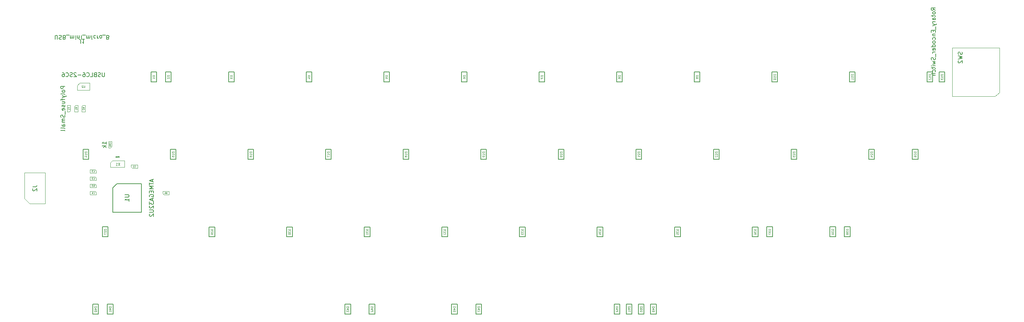
<source format=gbr>
%TF.GenerationSoftware,KiCad,Pcbnew,(5.99.0-8436-gbd786b578a)*%
%TF.CreationDate,2021-02-24T19:01:32+01:00*%
%TF.ProjectId,atom47,61746f6d-3437-42e6-9b69-6361645f7063,rev?*%
%TF.SameCoordinates,Original*%
%TF.FileFunction,AssemblyDrawing,Bot*%
%FSLAX46Y46*%
G04 Gerber Fmt 4.6, Leading zero omitted, Abs format (unit mm)*
G04 Created by KiCad (PCBNEW (5.99.0-8436-gbd786b578a)) date 2021-02-24 19:01:32*
%MOMM*%
%LPD*%
G01*
G04 APERTURE LIST*
%ADD10C,0.060000*%
%ADD11C,0.125000*%
%ADD12C,0.150000*%
%ADD13C,0.075000*%
%ADD14C,0.030000*%
%ADD15C,0.080000*%
%ADD16C,0.100000*%
%ADD17C,0.120000*%
G04 APERTURE END LIST*
D10*
X19230960Y-18388028D02*
X19040484Y-18254695D01*
X19230960Y-18159456D02*
X18830960Y-18159456D01*
X18830960Y-18311837D01*
X18850008Y-18349933D01*
X18869055Y-18368980D01*
X18907150Y-18388028D01*
X18964293Y-18388028D01*
X19002388Y-18368980D01*
X19021436Y-18349933D01*
X19040484Y-18311837D01*
X19040484Y-18159456D01*
X18869055Y-18540409D02*
X18850008Y-18559456D01*
X18830960Y-18597552D01*
X18830960Y-18692790D01*
X18850008Y-18730885D01*
X18869055Y-18749933D01*
X18907150Y-18768980D01*
X18945246Y-18768980D01*
X19002388Y-18749933D01*
X19230960Y-18521361D01*
X19230960Y-18768980D01*
D11*
X153221623Y-67258531D02*
X152721623Y-67258531D01*
X152721623Y-67377578D01*
X152745433Y-67449007D01*
X152793052Y-67496626D01*
X152840671Y-67520435D01*
X152935909Y-67544245D01*
X153007337Y-67544245D01*
X153102575Y-67520435D01*
X153150194Y-67496626D01*
X153197813Y-67449007D01*
X153221623Y-67377578D01*
X153221623Y-67258531D01*
X152721623Y-67996626D02*
X152721623Y-67758531D01*
X152959718Y-67734721D01*
X152935909Y-67758531D01*
X152912099Y-67806150D01*
X152912099Y-67925197D01*
X152935909Y-67972816D01*
X152959718Y-67996626D01*
X153007337Y-68020435D01*
X153126385Y-68020435D01*
X153174004Y-67996626D01*
X153197813Y-67972816D01*
X153221623Y-67925197D01*
X153221623Y-67806150D01*
X153197813Y-67758531D01*
X153174004Y-67734721D01*
X153221623Y-68496626D02*
X153221623Y-68210912D01*
X153221623Y-68353769D02*
X152721623Y-68353769D01*
X152793052Y-68306150D01*
X152840671Y-68258531D01*
X152864480Y-68210912D01*
X150245058Y-67258531D02*
X149745058Y-67258531D01*
X149745058Y-67377578D01*
X149768868Y-67449007D01*
X149816487Y-67496626D01*
X149864106Y-67520435D01*
X149959344Y-67544245D01*
X150030772Y-67544245D01*
X150126010Y-67520435D01*
X150173629Y-67496626D01*
X150221248Y-67449007D01*
X150245058Y-67377578D01*
X150245058Y-67258531D01*
X149745058Y-67996626D02*
X149745058Y-67758531D01*
X149983153Y-67734721D01*
X149959344Y-67758531D01*
X149935534Y-67806150D01*
X149935534Y-67925197D01*
X149959344Y-67972816D01*
X149983153Y-67996626D01*
X150030772Y-68020435D01*
X150149820Y-68020435D01*
X150197439Y-67996626D01*
X150221248Y-67972816D01*
X150245058Y-67925197D01*
X150245058Y-67806150D01*
X150221248Y-67758531D01*
X150197439Y-67734721D01*
X149792677Y-68210912D02*
X149768868Y-68234721D01*
X149745058Y-68282340D01*
X149745058Y-68401388D01*
X149768868Y-68449007D01*
X149792677Y-68472816D01*
X149840296Y-68496626D01*
X149887915Y-68496626D01*
X149959344Y-68472816D01*
X150245058Y-68187102D01*
X150245058Y-68496626D01*
X110359087Y-67258531D02*
X109859087Y-67258531D01*
X109859087Y-67377578D01*
X109882897Y-67449007D01*
X109930516Y-67496626D01*
X109978135Y-67520435D01*
X110073373Y-67544245D01*
X110144801Y-67544245D01*
X110240039Y-67520435D01*
X110287658Y-67496626D01*
X110335277Y-67449007D01*
X110359087Y-67377578D01*
X110359087Y-67258531D01*
X110025754Y-67972816D02*
X110359087Y-67972816D01*
X109835277Y-67853769D02*
X110192420Y-67734721D01*
X110192420Y-68044245D01*
X109859087Y-68472816D02*
X109859087Y-68234721D01*
X110097182Y-68210912D01*
X110073373Y-68234721D01*
X110049563Y-68282340D01*
X110049563Y-68401388D01*
X110073373Y-68449007D01*
X110097182Y-68472816D01*
X110144801Y-68496626D01*
X110263849Y-68496626D01*
X110311468Y-68472816D01*
X110335277Y-68449007D01*
X110359087Y-68401388D01*
X110359087Y-68282340D01*
X110335277Y-68234721D01*
X110311468Y-68210912D01*
X159174753Y-67258531D02*
X158674753Y-67258531D01*
X158674753Y-67377578D01*
X158698563Y-67449007D01*
X158746182Y-67496626D01*
X158793801Y-67520435D01*
X158889039Y-67544245D01*
X158960467Y-67544245D01*
X159055705Y-67520435D01*
X159103324Y-67496626D01*
X159150943Y-67449007D01*
X159174753Y-67377578D01*
X159174753Y-67258531D01*
X158841420Y-67972816D02*
X159174753Y-67972816D01*
X158650943Y-67853769D02*
X159008086Y-67734721D01*
X159008086Y-68044245D01*
X159174753Y-68258531D02*
X159174753Y-68353769D01*
X159150943Y-68401388D01*
X159127134Y-68425197D01*
X159055705Y-68472816D01*
X158960467Y-68496626D01*
X158769991Y-68496626D01*
X158722372Y-68472816D01*
X158698563Y-68449007D01*
X158674753Y-68401388D01*
X158674753Y-68306150D01*
X158698563Y-68258531D01*
X158722372Y-68234721D01*
X158769991Y-68210912D01*
X158889039Y-68210912D01*
X158936658Y-68234721D01*
X158960467Y-68258531D01*
X158984277Y-68306150D01*
X158984277Y-68401388D01*
X158960467Y-68449007D01*
X158936658Y-68472816D01*
X158889039Y-68496626D01*
X84165315Y-67258531D02*
X83665315Y-67258531D01*
X83665315Y-67377578D01*
X83689125Y-67449007D01*
X83736744Y-67496626D01*
X83784363Y-67520435D01*
X83879601Y-67544245D01*
X83951029Y-67544245D01*
X84046267Y-67520435D01*
X84093886Y-67496626D01*
X84141505Y-67449007D01*
X84165315Y-67377578D01*
X84165315Y-67258531D01*
X83831982Y-67972816D02*
X84165315Y-67972816D01*
X83641505Y-67853769D02*
X83998648Y-67734721D01*
X83998648Y-68044245D01*
X83665315Y-68187102D02*
X83665315Y-68496626D01*
X83855791Y-68329959D01*
X83855791Y-68401388D01*
X83879601Y-68449007D01*
X83903410Y-68472816D01*
X83951029Y-68496626D01*
X84070077Y-68496626D01*
X84117696Y-68472816D01*
X84141505Y-68449007D01*
X84165315Y-68401388D01*
X84165315Y-68258531D01*
X84141505Y-68210912D01*
X84117696Y-68187102D01*
X156198188Y-67258531D02*
X155698188Y-67258531D01*
X155698188Y-67377578D01*
X155721998Y-67449007D01*
X155769617Y-67496626D01*
X155817236Y-67520435D01*
X155912474Y-67544245D01*
X155983902Y-67544245D01*
X156079140Y-67520435D01*
X156126759Y-67496626D01*
X156174378Y-67449007D01*
X156198188Y-67377578D01*
X156198188Y-67258531D01*
X155698188Y-67996626D02*
X155698188Y-67758531D01*
X155936283Y-67734721D01*
X155912474Y-67758531D01*
X155888664Y-67806150D01*
X155888664Y-67925197D01*
X155912474Y-67972816D01*
X155936283Y-67996626D01*
X155983902Y-68020435D01*
X156102950Y-68020435D01*
X156150569Y-67996626D01*
X156174378Y-67972816D01*
X156198188Y-67925197D01*
X156198188Y-67806150D01*
X156174378Y-67758531D01*
X156150569Y-67734721D01*
X155698188Y-68329959D02*
X155698188Y-68377578D01*
X155721998Y-68425197D01*
X155745807Y-68449007D01*
X155793426Y-68472816D01*
X155888664Y-68496626D01*
X156007712Y-68496626D01*
X156102950Y-68472816D01*
X156150569Y-68449007D01*
X156174378Y-68425197D01*
X156198188Y-68377578D01*
X156198188Y-68329959D01*
X156174378Y-68282340D01*
X156150569Y-68258531D01*
X156102950Y-68234721D01*
X156007712Y-68210912D01*
X155888664Y-68210912D01*
X155793426Y-68234721D01*
X155745807Y-68258531D01*
X155721998Y-68282340D01*
X155698188Y-68329959D01*
X116312217Y-67258531D02*
X115812217Y-67258531D01*
X115812217Y-67377578D01*
X115836027Y-67449007D01*
X115883646Y-67496626D01*
X115931265Y-67520435D01*
X116026503Y-67544245D01*
X116097931Y-67544245D01*
X116193169Y-67520435D01*
X116240788Y-67496626D01*
X116288407Y-67449007D01*
X116312217Y-67377578D01*
X116312217Y-67258531D01*
X115978884Y-67972816D02*
X116312217Y-67972816D01*
X115788407Y-67853769D02*
X116145550Y-67734721D01*
X116145550Y-68044245D01*
X115812217Y-68187102D02*
X115812217Y-68520435D01*
X116312217Y-68306150D01*
X165127883Y-48217889D02*
X164627883Y-48217889D01*
X164627883Y-48336936D01*
X164651693Y-48408365D01*
X164699312Y-48455984D01*
X164746931Y-48479793D01*
X164842169Y-48503603D01*
X164913597Y-48503603D01*
X165008835Y-48479793D01*
X165056454Y-48455984D01*
X165104073Y-48408365D01*
X165127883Y-48336936D01*
X165127883Y-48217889D01*
X164627883Y-48670270D02*
X164627883Y-48979793D01*
X164818359Y-48813127D01*
X164818359Y-48884555D01*
X164842169Y-48932174D01*
X164865978Y-48955984D01*
X164913597Y-48979793D01*
X165032645Y-48979793D01*
X165080264Y-48955984D01*
X165104073Y-48932174D01*
X165127883Y-48884555D01*
X165127883Y-48741698D01*
X165104073Y-48694079D01*
X165080264Y-48670270D01*
X164627883Y-49432174D02*
X164627883Y-49194079D01*
X164865978Y-49170270D01*
X164842169Y-49194079D01*
X164818359Y-49241698D01*
X164818359Y-49360746D01*
X164842169Y-49408365D01*
X164865978Y-49432174D01*
X164913597Y-49455984D01*
X165032645Y-49455984D01*
X165080264Y-49432174D01*
X165104073Y-49408365D01*
X165127883Y-49360746D01*
X165127883Y-49241698D01*
X165104073Y-49194079D01*
X165080264Y-49170270D01*
X25824641Y-67258531D02*
X25324641Y-67258531D01*
X25324641Y-67377578D01*
X25348451Y-67449007D01*
X25396070Y-67496626D01*
X25443689Y-67520435D01*
X25538927Y-67544245D01*
X25610355Y-67544245D01*
X25705593Y-67520435D01*
X25753212Y-67496626D01*
X25800831Y-67449007D01*
X25824641Y-67377578D01*
X25824641Y-67258531D01*
X25491308Y-67972816D02*
X25824641Y-67972816D01*
X25300831Y-67853769D02*
X25657974Y-67734721D01*
X25657974Y-68044245D01*
X25824641Y-68496626D02*
X25824641Y-68210912D01*
X25824641Y-68353769D02*
X25324641Y-68353769D01*
X25396070Y-68306150D01*
X25443689Y-68258531D01*
X25467498Y-68210912D01*
X22252763Y-67258531D02*
X21752763Y-67258531D01*
X21752763Y-67377578D01*
X21776573Y-67449007D01*
X21824192Y-67496626D01*
X21871811Y-67520435D01*
X21967049Y-67544245D01*
X22038477Y-67544245D01*
X22133715Y-67520435D01*
X22181334Y-67496626D01*
X22228953Y-67449007D01*
X22252763Y-67377578D01*
X22252763Y-67258531D01*
X21919430Y-67972816D02*
X22252763Y-67972816D01*
X21728953Y-67853769D02*
X22086096Y-67734721D01*
X22086096Y-68044245D01*
X21752763Y-68329959D02*
X21752763Y-68377578D01*
X21776573Y-68425197D01*
X21800382Y-68449007D01*
X21848001Y-68472816D01*
X21943239Y-68496626D01*
X22062287Y-68496626D01*
X22157525Y-68472816D01*
X22205144Y-68449007D01*
X22228953Y-68425197D01*
X22252763Y-68377578D01*
X22252763Y-68329959D01*
X22228953Y-68282340D01*
X22205144Y-68258531D01*
X22157525Y-68234721D01*
X22062287Y-68210912D01*
X21943239Y-68210912D01*
X21848001Y-68234721D01*
X21800382Y-68258531D01*
X21776573Y-68282340D01*
X21752763Y-68329959D01*
X146077867Y-48217889D02*
X145577867Y-48217889D01*
X145577867Y-48336936D01*
X145601677Y-48408365D01*
X145649296Y-48455984D01*
X145696915Y-48479793D01*
X145792153Y-48503603D01*
X145863581Y-48503603D01*
X145958819Y-48479793D01*
X146006438Y-48455984D01*
X146054057Y-48408365D01*
X146077867Y-48336936D01*
X146077867Y-48217889D01*
X145577867Y-48670270D02*
X145577867Y-48979793D01*
X145768343Y-48813127D01*
X145768343Y-48884555D01*
X145792153Y-48932174D01*
X145815962Y-48955984D01*
X145863581Y-48979793D01*
X145982629Y-48979793D01*
X146030248Y-48955984D01*
X146054057Y-48932174D01*
X146077867Y-48884555D01*
X146077867Y-48741698D01*
X146054057Y-48694079D01*
X146030248Y-48670270D01*
X145744534Y-49408365D02*
X146077867Y-49408365D01*
X145554057Y-49289317D02*
X145911200Y-49170270D01*
X145911200Y-49479793D01*
X203227915Y-48208515D02*
X202727915Y-48208515D01*
X202727915Y-48327562D01*
X202751725Y-48398991D01*
X202799344Y-48446610D01*
X202846963Y-48470419D01*
X202942201Y-48494229D01*
X203013629Y-48494229D01*
X203108867Y-48470419D01*
X203156486Y-48446610D01*
X203204105Y-48398991D01*
X203227915Y-48327562D01*
X203227915Y-48208515D01*
X202727915Y-48660896D02*
X202727915Y-48970419D01*
X202918391Y-48803753D01*
X202918391Y-48875181D01*
X202942201Y-48922800D01*
X202966010Y-48946610D01*
X203013629Y-48970419D01*
X203132677Y-48970419D01*
X203180296Y-48946610D01*
X203204105Y-48922800D01*
X203227915Y-48875181D01*
X203227915Y-48732324D01*
X203204105Y-48684705D01*
X203180296Y-48660896D01*
X203227915Y-49208515D02*
X203227915Y-49303753D01*
X203204105Y-49351372D01*
X203180296Y-49375181D01*
X203108867Y-49422800D01*
X203013629Y-49446610D01*
X202823153Y-49446610D01*
X202775534Y-49422800D01*
X202751725Y-49398991D01*
X202727915Y-49351372D01*
X202727915Y-49256134D01*
X202751725Y-49208515D01*
X202775534Y-49184705D01*
X202823153Y-49160896D01*
X202942201Y-49160896D01*
X202989820Y-49184705D01*
X203013629Y-49208515D01*
X203037439Y-49256134D01*
X203037439Y-49351372D01*
X203013629Y-49398991D01*
X202989820Y-49422800D01*
X202942201Y-49446610D01*
X206799793Y-48208515D02*
X206299793Y-48208515D01*
X206299793Y-48327562D01*
X206323603Y-48398991D01*
X206371222Y-48446610D01*
X206418841Y-48470419D01*
X206514079Y-48494229D01*
X206585507Y-48494229D01*
X206680745Y-48470419D01*
X206728364Y-48446610D01*
X206775983Y-48398991D01*
X206799793Y-48327562D01*
X206799793Y-48208515D01*
X206299793Y-48660896D02*
X206299793Y-48970419D01*
X206490269Y-48803753D01*
X206490269Y-48875181D01*
X206514079Y-48922800D01*
X206537888Y-48946610D01*
X206585507Y-48970419D01*
X206704555Y-48970419D01*
X206752174Y-48946610D01*
X206775983Y-48922800D01*
X206799793Y-48875181D01*
X206799793Y-48732324D01*
X206775983Y-48684705D01*
X206752174Y-48660896D01*
X206514079Y-49256134D02*
X206490269Y-49208515D01*
X206466460Y-49184705D01*
X206418841Y-49160896D01*
X206395031Y-49160896D01*
X206347412Y-49184705D01*
X206323603Y-49208515D01*
X206299793Y-49256134D01*
X206299793Y-49351372D01*
X206323603Y-49398991D01*
X206347412Y-49422800D01*
X206395031Y-49446610D01*
X206418841Y-49446610D01*
X206466460Y-49422800D01*
X206490269Y-49398991D01*
X206514079Y-49351372D01*
X206514079Y-49256134D01*
X206537888Y-49208515D01*
X206561698Y-49184705D01*
X206609317Y-49160896D01*
X206704555Y-49160896D01*
X206752174Y-49184705D01*
X206775983Y-49208515D01*
X206799793Y-49256134D01*
X206799793Y-49351372D01*
X206775983Y-49398991D01*
X206752174Y-49422800D01*
X206704555Y-49446610D01*
X206609317Y-49446610D01*
X206561698Y-49422800D01*
X206537888Y-49398991D01*
X206514079Y-49351372D01*
X187749777Y-48208515D02*
X187249777Y-48208515D01*
X187249777Y-48327562D01*
X187273587Y-48398991D01*
X187321206Y-48446610D01*
X187368825Y-48470419D01*
X187464063Y-48494229D01*
X187535491Y-48494229D01*
X187630729Y-48470419D01*
X187678348Y-48446610D01*
X187725967Y-48398991D01*
X187749777Y-48327562D01*
X187749777Y-48208515D01*
X187249777Y-48660896D02*
X187249777Y-48970419D01*
X187440253Y-48803753D01*
X187440253Y-48875181D01*
X187464063Y-48922800D01*
X187487872Y-48946610D01*
X187535491Y-48970419D01*
X187654539Y-48970419D01*
X187702158Y-48946610D01*
X187725967Y-48922800D01*
X187749777Y-48875181D01*
X187749777Y-48732324D01*
X187725967Y-48684705D01*
X187702158Y-48660896D01*
X187249777Y-49137086D02*
X187249777Y-49470419D01*
X187749777Y-49256134D01*
X184177899Y-48217889D02*
X183677899Y-48217889D01*
X183677899Y-48336936D01*
X183701709Y-48408365D01*
X183749328Y-48455984D01*
X183796947Y-48479793D01*
X183892185Y-48503603D01*
X183963613Y-48503603D01*
X184058851Y-48479793D01*
X184106470Y-48455984D01*
X184154089Y-48408365D01*
X184177899Y-48336936D01*
X184177899Y-48217889D01*
X183677899Y-48670270D02*
X183677899Y-48979793D01*
X183868375Y-48813127D01*
X183868375Y-48884555D01*
X183892185Y-48932174D01*
X183915994Y-48955984D01*
X183963613Y-48979793D01*
X184082661Y-48979793D01*
X184130280Y-48955984D01*
X184154089Y-48932174D01*
X184177899Y-48884555D01*
X184177899Y-48741698D01*
X184154089Y-48694079D01*
X184130280Y-48670270D01*
X183677899Y-49408365D02*
X183677899Y-49313127D01*
X183701709Y-49265508D01*
X183725518Y-49241698D01*
X183796947Y-49194079D01*
X183892185Y-49170270D01*
X184082661Y-49170270D01*
X184130280Y-49194079D01*
X184154089Y-49217889D01*
X184177899Y-49265508D01*
X184177899Y-49360746D01*
X184154089Y-49408365D01*
X184130280Y-49432174D01*
X184082661Y-49455984D01*
X183963613Y-49455984D01*
X183915994Y-49432174D01*
X183892185Y-49408365D01*
X183868375Y-49360746D01*
X183868375Y-49265508D01*
X183892185Y-49217889D01*
X183915994Y-49194079D01*
X183963613Y-49170270D01*
X127027851Y-48217889D02*
X126527851Y-48217889D01*
X126527851Y-48336936D01*
X126551661Y-48408365D01*
X126599280Y-48455984D01*
X126646899Y-48479793D01*
X126742137Y-48503603D01*
X126813565Y-48503603D01*
X126908803Y-48479793D01*
X126956422Y-48455984D01*
X127004041Y-48408365D01*
X127027851Y-48336936D01*
X127027851Y-48217889D01*
X126527851Y-48670270D02*
X126527851Y-48979793D01*
X126718327Y-48813127D01*
X126718327Y-48884555D01*
X126742137Y-48932174D01*
X126765946Y-48955984D01*
X126813565Y-48979793D01*
X126932613Y-48979793D01*
X126980232Y-48955984D01*
X127004041Y-48932174D01*
X127027851Y-48884555D01*
X127027851Y-48741698D01*
X127004041Y-48694079D01*
X126980232Y-48670270D01*
X126527851Y-49146460D02*
X126527851Y-49455984D01*
X126718327Y-49289317D01*
X126718327Y-49360746D01*
X126742137Y-49408365D01*
X126765946Y-49432174D01*
X126813565Y-49455984D01*
X126932613Y-49455984D01*
X126980232Y-49432174D01*
X127004041Y-49408365D01*
X127027851Y-49360746D01*
X127027851Y-49217889D01*
X127004041Y-49170270D01*
X126980232Y-49146460D01*
X88927819Y-48217889D02*
X88427819Y-48217889D01*
X88427819Y-48336936D01*
X88451629Y-48408365D01*
X88499248Y-48455984D01*
X88546867Y-48479793D01*
X88642105Y-48503603D01*
X88713533Y-48503603D01*
X88808771Y-48479793D01*
X88856390Y-48455984D01*
X88904009Y-48408365D01*
X88927819Y-48336936D01*
X88927819Y-48217889D01*
X88427819Y-48670270D02*
X88427819Y-48979793D01*
X88618295Y-48813127D01*
X88618295Y-48884555D01*
X88642105Y-48932174D01*
X88665914Y-48955984D01*
X88713533Y-48979793D01*
X88832581Y-48979793D01*
X88880200Y-48955984D01*
X88904009Y-48932174D01*
X88927819Y-48884555D01*
X88927819Y-48741698D01*
X88904009Y-48694079D01*
X88880200Y-48670270D01*
X88927819Y-49455984D02*
X88927819Y-49170270D01*
X88927819Y-49313127D02*
X88427819Y-49313127D01*
X88499248Y-49265508D01*
X88546867Y-49217889D01*
X88570676Y-49170270D01*
X69877803Y-48217889D02*
X69377803Y-48217889D01*
X69377803Y-48336936D01*
X69401613Y-48408365D01*
X69449232Y-48455984D01*
X69496851Y-48479793D01*
X69592089Y-48503603D01*
X69663517Y-48503603D01*
X69758755Y-48479793D01*
X69806374Y-48455984D01*
X69853993Y-48408365D01*
X69877803Y-48336936D01*
X69877803Y-48217889D01*
X69377803Y-48670270D02*
X69377803Y-48979793D01*
X69568279Y-48813127D01*
X69568279Y-48884555D01*
X69592089Y-48932174D01*
X69615898Y-48955984D01*
X69663517Y-48979793D01*
X69782565Y-48979793D01*
X69830184Y-48955984D01*
X69853993Y-48932174D01*
X69877803Y-48884555D01*
X69877803Y-48741698D01*
X69853993Y-48694079D01*
X69830184Y-48670270D01*
X69377803Y-49289317D02*
X69377803Y-49336936D01*
X69401613Y-49384555D01*
X69425422Y-49408365D01*
X69473041Y-49432174D01*
X69568279Y-49455984D01*
X69687327Y-49455984D01*
X69782565Y-49432174D01*
X69830184Y-49408365D01*
X69853993Y-49384555D01*
X69877803Y-49336936D01*
X69877803Y-49289317D01*
X69853993Y-49241698D01*
X69830184Y-49217889D01*
X69782565Y-49194079D01*
X69687327Y-49170270D01*
X69568279Y-49170270D01*
X69473041Y-49194079D01*
X69425422Y-49217889D01*
X69401613Y-49241698D01*
X69377803Y-49289317D01*
X74640307Y-10346578D02*
X74140307Y-10346578D01*
X74140307Y-10465626D01*
X74164117Y-10537054D01*
X74211736Y-10584673D01*
X74259355Y-10608483D01*
X74354593Y-10632292D01*
X74426021Y-10632292D01*
X74521259Y-10608483D01*
X74568878Y-10584673D01*
X74616497Y-10537054D01*
X74640307Y-10465626D01*
X74640307Y-10346578D01*
X74306974Y-11060864D02*
X74640307Y-11060864D01*
X74116497Y-10941816D02*
X74473640Y-10822768D01*
X74473640Y-11132292D01*
X223468557Y-29158499D02*
X222968557Y-29158499D01*
X222968557Y-29277546D01*
X222992367Y-29348975D01*
X223039986Y-29396594D01*
X223087605Y-29420403D01*
X223182843Y-29444213D01*
X223254271Y-29444213D01*
X223349509Y-29420403D01*
X223397128Y-29396594D01*
X223444747Y-29348975D01*
X223468557Y-29277546D01*
X223468557Y-29158499D01*
X223016176Y-29634689D02*
X222992367Y-29658499D01*
X222968557Y-29706118D01*
X222968557Y-29825165D01*
X222992367Y-29872784D01*
X223016176Y-29896594D01*
X223063795Y-29920403D01*
X223111414Y-29920403D01*
X223182843Y-29896594D01*
X223468557Y-29610880D01*
X223468557Y-29920403D01*
X222968557Y-30348975D02*
X222968557Y-30253737D01*
X222992367Y-30206118D01*
X223016176Y-30182308D01*
X223087605Y-30134689D01*
X223182843Y-30110880D01*
X223373319Y-30110880D01*
X223420938Y-30134689D01*
X223444747Y-30158499D01*
X223468557Y-30206118D01*
X223468557Y-30301356D01*
X223444747Y-30348975D01*
X223420938Y-30372784D01*
X223373319Y-30396594D01*
X223254271Y-30396594D01*
X223206652Y-30372784D01*
X223182843Y-30348975D01*
X223159033Y-30301356D01*
X223159033Y-30206118D01*
X223182843Y-30158499D01*
X223206652Y-30134689D01*
X223254271Y-30110880D01*
X193702907Y-29158499D02*
X193202907Y-29158499D01*
X193202907Y-29277546D01*
X193226717Y-29348975D01*
X193274336Y-29396594D01*
X193321955Y-29420403D01*
X193417193Y-29444213D01*
X193488621Y-29444213D01*
X193583859Y-29420403D01*
X193631478Y-29396594D01*
X193679097Y-29348975D01*
X193702907Y-29277546D01*
X193702907Y-29158499D01*
X193250526Y-29634689D02*
X193226717Y-29658499D01*
X193202907Y-29706118D01*
X193202907Y-29825165D01*
X193226717Y-29872784D01*
X193250526Y-29896594D01*
X193298145Y-29920403D01*
X193345764Y-29920403D01*
X193417193Y-29896594D01*
X193702907Y-29610880D01*
X193702907Y-29920403D01*
X193202907Y-30087070D02*
X193202907Y-30396594D01*
X193393383Y-30229927D01*
X193393383Y-30301356D01*
X193417193Y-30348975D01*
X193441002Y-30372784D01*
X193488621Y-30396594D01*
X193607669Y-30396594D01*
X193655288Y-30372784D01*
X193679097Y-30348975D01*
X193702907Y-30301356D01*
X193702907Y-30158499D01*
X193679097Y-30110880D01*
X193655288Y-30087070D01*
X36540275Y-10346578D02*
X36040275Y-10346578D01*
X36040275Y-10465626D01*
X36064085Y-10537054D01*
X36111704Y-10584673D01*
X36159323Y-10608483D01*
X36254561Y-10632292D01*
X36325989Y-10632292D01*
X36421227Y-10608483D01*
X36468846Y-10584673D01*
X36516465Y-10537054D01*
X36540275Y-10465626D01*
X36540275Y-10346578D01*
X36540275Y-11108483D02*
X36540275Y-10822768D01*
X36540275Y-10965626D02*
X36040275Y-10965626D01*
X36111704Y-10918006D01*
X36159323Y-10870387D01*
X36183132Y-10822768D01*
X174652891Y-29158499D02*
X174152891Y-29158499D01*
X174152891Y-29277546D01*
X174176701Y-29348975D01*
X174224320Y-29396594D01*
X174271939Y-29420403D01*
X174367177Y-29444213D01*
X174438605Y-29444213D01*
X174533843Y-29420403D01*
X174581462Y-29396594D01*
X174629081Y-29348975D01*
X174652891Y-29277546D01*
X174652891Y-29158499D01*
X174200510Y-29634689D02*
X174176701Y-29658499D01*
X174152891Y-29706118D01*
X174152891Y-29825165D01*
X174176701Y-29872784D01*
X174200510Y-29896594D01*
X174248129Y-29920403D01*
X174295748Y-29920403D01*
X174367177Y-29896594D01*
X174652891Y-29610880D01*
X174652891Y-29920403D01*
X174200510Y-30110880D02*
X174176701Y-30134689D01*
X174152891Y-30182308D01*
X174152891Y-30301356D01*
X174176701Y-30348975D01*
X174200510Y-30372784D01*
X174248129Y-30396594D01*
X174295748Y-30396594D01*
X174367177Y-30372784D01*
X174652891Y-30087070D01*
X174652891Y-30396594D01*
X207990419Y-10108483D02*
X207490419Y-10108483D01*
X207490419Y-10227530D01*
X207514229Y-10298959D01*
X207561848Y-10346578D01*
X207609467Y-10370387D01*
X207704705Y-10394197D01*
X207776133Y-10394197D01*
X207871371Y-10370387D01*
X207918990Y-10346578D01*
X207966609Y-10298959D01*
X207990419Y-10227530D01*
X207990419Y-10108483D01*
X207990419Y-10870387D02*
X207990419Y-10584673D01*
X207990419Y-10727530D02*
X207490419Y-10727530D01*
X207561848Y-10679911D01*
X207609467Y-10632292D01*
X207633276Y-10584673D01*
X207990419Y-11346578D02*
X207990419Y-11060864D01*
X207990419Y-11203721D02*
X207490419Y-11203721D01*
X207561848Y-11156102D01*
X207609467Y-11108483D01*
X207633276Y-11060864D01*
X155602875Y-29158499D02*
X155102875Y-29158499D01*
X155102875Y-29277546D01*
X155126685Y-29348975D01*
X155174304Y-29396594D01*
X155221923Y-29420403D01*
X155317161Y-29444213D01*
X155388589Y-29444213D01*
X155483827Y-29420403D01*
X155531446Y-29396594D01*
X155579065Y-29348975D01*
X155602875Y-29277546D01*
X155602875Y-29158499D01*
X155150494Y-29634689D02*
X155126685Y-29658499D01*
X155102875Y-29706118D01*
X155102875Y-29825165D01*
X155126685Y-29872784D01*
X155150494Y-29896594D01*
X155198113Y-29920403D01*
X155245732Y-29920403D01*
X155317161Y-29896594D01*
X155602875Y-29610880D01*
X155602875Y-29920403D01*
X155602875Y-30396594D02*
X155602875Y-30110880D01*
X155602875Y-30253737D02*
X155102875Y-30253737D01*
X155174304Y-30206118D01*
X155221923Y-30158499D01*
X155245732Y-30110880D01*
X136552859Y-29158499D02*
X136052859Y-29158499D01*
X136052859Y-29277546D01*
X136076669Y-29348975D01*
X136124288Y-29396594D01*
X136171907Y-29420403D01*
X136267145Y-29444213D01*
X136338573Y-29444213D01*
X136433811Y-29420403D01*
X136481430Y-29396594D01*
X136529049Y-29348975D01*
X136552859Y-29277546D01*
X136552859Y-29158499D01*
X136100478Y-29634689D02*
X136076669Y-29658499D01*
X136052859Y-29706118D01*
X136052859Y-29825165D01*
X136076669Y-29872784D01*
X136100478Y-29896594D01*
X136148097Y-29920403D01*
X136195716Y-29920403D01*
X136267145Y-29896594D01*
X136552859Y-29610880D01*
X136552859Y-29920403D01*
X136052859Y-30229927D02*
X136052859Y-30277546D01*
X136076669Y-30325165D01*
X136100478Y-30348975D01*
X136148097Y-30372784D01*
X136243335Y-30396594D01*
X136362383Y-30396594D01*
X136457621Y-30372784D01*
X136505240Y-30348975D01*
X136529049Y-30325165D01*
X136552859Y-30277546D01*
X136552859Y-30229927D01*
X136529049Y-30182308D01*
X136505240Y-30158499D01*
X136457621Y-30134689D01*
X136362383Y-30110880D01*
X136243335Y-30110880D01*
X136148097Y-30134689D01*
X136100478Y-30158499D01*
X136076669Y-30182308D01*
X136052859Y-30229927D01*
X150840371Y-10346578D02*
X150340371Y-10346578D01*
X150340371Y-10465626D01*
X150364181Y-10537054D01*
X150411800Y-10584673D01*
X150459419Y-10608483D01*
X150554657Y-10632292D01*
X150626085Y-10632292D01*
X150721323Y-10608483D01*
X150768942Y-10584673D01*
X150816561Y-10537054D01*
X150840371Y-10465626D01*
X150840371Y-10346578D01*
X150554657Y-10918006D02*
X150530847Y-10870387D01*
X150507038Y-10846578D01*
X150459419Y-10822768D01*
X150435609Y-10822768D01*
X150387990Y-10846578D01*
X150364181Y-10870387D01*
X150340371Y-10918006D01*
X150340371Y-11013245D01*
X150364181Y-11060864D01*
X150387990Y-11084673D01*
X150435609Y-11108483D01*
X150459419Y-11108483D01*
X150507038Y-11084673D01*
X150530847Y-11060864D01*
X150554657Y-11013245D01*
X150554657Y-10918006D01*
X150578466Y-10870387D01*
X150602276Y-10846578D01*
X150649895Y-10822768D01*
X150745133Y-10822768D01*
X150792752Y-10846578D01*
X150816561Y-10870387D01*
X150840371Y-10918006D01*
X150840371Y-11013245D01*
X150816561Y-11060864D01*
X150792752Y-11084673D01*
X150745133Y-11108483D01*
X150649895Y-11108483D01*
X150602276Y-11084673D01*
X150578466Y-11060864D01*
X150554657Y-11013245D01*
X93690323Y-10346578D02*
X93190323Y-10346578D01*
X93190323Y-10465626D01*
X93214133Y-10537054D01*
X93261752Y-10584673D01*
X93309371Y-10608483D01*
X93404609Y-10632292D01*
X93476037Y-10632292D01*
X93571275Y-10608483D01*
X93618894Y-10584673D01*
X93666513Y-10537054D01*
X93690323Y-10465626D01*
X93690323Y-10346578D01*
X93190323Y-11084673D02*
X93190323Y-10846578D01*
X93428418Y-10822768D01*
X93404609Y-10846578D01*
X93380799Y-10894197D01*
X93380799Y-11013245D01*
X93404609Y-11060864D01*
X93428418Y-11084673D01*
X93476037Y-11108483D01*
X93595085Y-11108483D01*
X93642704Y-11084673D01*
X93666513Y-11060864D01*
X93690323Y-11013245D01*
X93690323Y-10894197D01*
X93666513Y-10846578D01*
X93642704Y-10822768D01*
X60352795Y-29158499D02*
X59852795Y-29158499D01*
X59852795Y-29277546D01*
X59876605Y-29348975D01*
X59924224Y-29396594D01*
X59971843Y-29420403D01*
X60067081Y-29444213D01*
X60138509Y-29444213D01*
X60233747Y-29420403D01*
X60281366Y-29396594D01*
X60328985Y-29348975D01*
X60352795Y-29277546D01*
X60352795Y-29158499D01*
X60352795Y-29920403D02*
X60352795Y-29634689D01*
X60352795Y-29777546D02*
X59852795Y-29777546D01*
X59924224Y-29729927D01*
X59971843Y-29682308D01*
X59995652Y-29634689D01*
X59852795Y-30348975D02*
X59852795Y-30253737D01*
X59876605Y-30206118D01*
X59900414Y-30182308D01*
X59971843Y-30134689D01*
X60067081Y-30110880D01*
X60257557Y-30110880D01*
X60305176Y-30134689D01*
X60328985Y-30158499D01*
X60352795Y-30206118D01*
X60352795Y-30301356D01*
X60328985Y-30348975D01*
X60305176Y-30372784D01*
X60257557Y-30396594D01*
X60138509Y-30396594D01*
X60090890Y-30372784D01*
X60067081Y-30348975D01*
X60043271Y-30301356D01*
X60043271Y-30206118D01*
X60067081Y-30158499D01*
X60090890Y-30134689D01*
X60138509Y-30110880D01*
X41302779Y-29158499D02*
X40802779Y-29158499D01*
X40802779Y-29277546D01*
X40826589Y-29348975D01*
X40874208Y-29396594D01*
X40921827Y-29420403D01*
X41017065Y-29444213D01*
X41088493Y-29444213D01*
X41183731Y-29420403D01*
X41231350Y-29396594D01*
X41278969Y-29348975D01*
X41302779Y-29277546D01*
X41302779Y-29158499D01*
X41302779Y-29920403D02*
X41302779Y-29634689D01*
X41302779Y-29777546D02*
X40802779Y-29777546D01*
X40874208Y-29729927D01*
X40921827Y-29682308D01*
X40945636Y-29634689D01*
X40802779Y-30372784D02*
X40802779Y-30134689D01*
X41040874Y-30110880D01*
X41017065Y-30134689D01*
X40993255Y-30182308D01*
X40993255Y-30301356D01*
X41017065Y-30348975D01*
X41040874Y-30372784D01*
X41088493Y-30396594D01*
X41207541Y-30396594D01*
X41255160Y-30372784D01*
X41278969Y-30348975D01*
X41302779Y-30301356D01*
X41302779Y-30182308D01*
X41278969Y-30134689D01*
X41255160Y-30110880D01*
X131790355Y-10346578D02*
X131290355Y-10346578D01*
X131290355Y-10465626D01*
X131314165Y-10537054D01*
X131361784Y-10584673D01*
X131409403Y-10608483D01*
X131504641Y-10632292D01*
X131576069Y-10632292D01*
X131671307Y-10608483D01*
X131718926Y-10584673D01*
X131766545Y-10537054D01*
X131790355Y-10465626D01*
X131790355Y-10346578D01*
X131290355Y-10798959D02*
X131290355Y-11132292D01*
X131790355Y-10918006D01*
X98452827Y-29158499D02*
X97952827Y-29158499D01*
X97952827Y-29277546D01*
X97976637Y-29348975D01*
X98024256Y-29396594D01*
X98071875Y-29420403D01*
X98167113Y-29444213D01*
X98238541Y-29444213D01*
X98333779Y-29420403D01*
X98381398Y-29396594D01*
X98429017Y-29348975D01*
X98452827Y-29277546D01*
X98452827Y-29158499D01*
X98452827Y-29920403D02*
X98452827Y-29634689D01*
X98452827Y-29777546D02*
X97952827Y-29777546D01*
X98024256Y-29729927D01*
X98071875Y-29682308D01*
X98095684Y-29634689D01*
X98167113Y-30206118D02*
X98143303Y-30158499D01*
X98119494Y-30134689D01*
X98071875Y-30110880D01*
X98048065Y-30110880D01*
X98000446Y-30134689D01*
X97976637Y-30158499D01*
X97952827Y-30206118D01*
X97952827Y-30301356D01*
X97976637Y-30348975D01*
X98000446Y-30372784D01*
X98048065Y-30396594D01*
X98071875Y-30396594D01*
X98119494Y-30372784D01*
X98143303Y-30348975D01*
X98167113Y-30301356D01*
X98167113Y-30206118D01*
X98190922Y-30158499D01*
X98214732Y-30134689D01*
X98262351Y-30110880D01*
X98357589Y-30110880D01*
X98405208Y-30134689D01*
X98429017Y-30158499D01*
X98452827Y-30206118D01*
X98452827Y-30301356D01*
X98429017Y-30348975D01*
X98405208Y-30372784D01*
X98357589Y-30396594D01*
X98262351Y-30396594D01*
X98214732Y-30372784D01*
X98190922Y-30348975D01*
X98167113Y-30301356D01*
X230017000Y-10108483D02*
X229517000Y-10108483D01*
X229517000Y-10227530D01*
X229540810Y-10298959D01*
X229588429Y-10346578D01*
X229636048Y-10370387D01*
X229731286Y-10394197D01*
X229802714Y-10394197D01*
X229897952Y-10370387D01*
X229945571Y-10346578D01*
X229993190Y-10298959D01*
X230017000Y-10227530D01*
X230017000Y-10108483D01*
X230017000Y-10870387D02*
X230017000Y-10584673D01*
X230017000Y-10727530D02*
X229517000Y-10727530D01*
X229588429Y-10679911D01*
X229636048Y-10632292D01*
X229659857Y-10584673D01*
X229517000Y-11037054D02*
X229517000Y-11346578D01*
X229707476Y-11179911D01*
X229707476Y-11251340D01*
X229731286Y-11298959D01*
X229755095Y-11322768D01*
X229802714Y-11346578D01*
X229921762Y-11346578D01*
X229969381Y-11322768D01*
X229993190Y-11298959D01*
X230017000Y-11251340D01*
X230017000Y-11108483D01*
X229993190Y-11060864D01*
X229969381Y-11037054D01*
X79402811Y-29158499D02*
X78902811Y-29158499D01*
X78902811Y-29277546D01*
X78926621Y-29348975D01*
X78974240Y-29396594D01*
X79021859Y-29420403D01*
X79117097Y-29444213D01*
X79188525Y-29444213D01*
X79283763Y-29420403D01*
X79331382Y-29396594D01*
X79379001Y-29348975D01*
X79402811Y-29277546D01*
X79402811Y-29158499D01*
X79402811Y-29920403D02*
X79402811Y-29634689D01*
X79402811Y-29777546D02*
X78902811Y-29777546D01*
X78974240Y-29729927D01*
X79021859Y-29682308D01*
X79045668Y-29634689D01*
X78902811Y-30087070D02*
X78902811Y-30420403D01*
X79402811Y-30206118D01*
X169890387Y-10346578D02*
X169390387Y-10346578D01*
X169390387Y-10465626D01*
X169414197Y-10537054D01*
X169461816Y-10584673D01*
X169509435Y-10608483D01*
X169604673Y-10632292D01*
X169676101Y-10632292D01*
X169771339Y-10608483D01*
X169818958Y-10584673D01*
X169866577Y-10537054D01*
X169890387Y-10465626D01*
X169890387Y-10346578D01*
X169890387Y-10870387D02*
X169890387Y-10965626D01*
X169866577Y-11013245D01*
X169842768Y-11037054D01*
X169771339Y-11084673D01*
X169676101Y-11108483D01*
X169485625Y-11108483D01*
X169438006Y-11084673D01*
X169414197Y-11060864D01*
X169390387Y-11013245D01*
X169390387Y-10918006D01*
X169414197Y-10870387D01*
X169438006Y-10846578D01*
X169485625Y-10822768D01*
X169604673Y-10822768D01*
X169652292Y-10846578D01*
X169676101Y-10870387D01*
X169699911Y-10918006D01*
X169699911Y-11013245D01*
X169676101Y-11060864D01*
X169652292Y-11084673D01*
X169604673Y-11108483D01*
X55590291Y-10346578D02*
X55090291Y-10346578D01*
X55090291Y-10465626D01*
X55114101Y-10537054D01*
X55161720Y-10584673D01*
X55209339Y-10608483D01*
X55304577Y-10632292D01*
X55376005Y-10632292D01*
X55471243Y-10608483D01*
X55518862Y-10584673D01*
X55566481Y-10537054D01*
X55590291Y-10465626D01*
X55590291Y-10346578D01*
X55090291Y-10798959D02*
X55090291Y-11108483D01*
X55280767Y-10941816D01*
X55280767Y-11013245D01*
X55304577Y-11060864D01*
X55328386Y-11084673D01*
X55376005Y-11108483D01*
X55495053Y-11108483D01*
X55542672Y-11084673D01*
X55566481Y-11060864D01*
X55590291Y-11013245D01*
X55590291Y-10870387D01*
X55566481Y-10822768D01*
X55542672Y-10798959D01*
X90118445Y-67258531D02*
X89618445Y-67258531D01*
X89618445Y-67377578D01*
X89642255Y-67449007D01*
X89689874Y-67496626D01*
X89737493Y-67520435D01*
X89832731Y-67544245D01*
X89904159Y-67544245D01*
X89999397Y-67520435D01*
X90047016Y-67496626D01*
X90094635Y-67449007D01*
X90118445Y-67377578D01*
X90118445Y-67258531D01*
X89785112Y-67972816D02*
X90118445Y-67972816D01*
X89594635Y-67853769D02*
X89951778Y-67734721D01*
X89951778Y-68044245D01*
X89666064Y-68210912D02*
X89642255Y-68234721D01*
X89618445Y-68282340D01*
X89618445Y-68401388D01*
X89642255Y-68449007D01*
X89666064Y-68472816D01*
X89713683Y-68496626D01*
X89761302Y-68496626D01*
X89832731Y-68472816D01*
X90118445Y-68187102D01*
X90118445Y-68496626D01*
X188940403Y-10108483D02*
X188440403Y-10108483D01*
X188440403Y-10227530D01*
X188464213Y-10298959D01*
X188511832Y-10346578D01*
X188559451Y-10370387D01*
X188654689Y-10394197D01*
X188726117Y-10394197D01*
X188821355Y-10370387D01*
X188868974Y-10346578D01*
X188916593Y-10298959D01*
X188940403Y-10227530D01*
X188940403Y-10108483D01*
X188940403Y-10870387D02*
X188940403Y-10584673D01*
X188940403Y-10727530D02*
X188440403Y-10727530D01*
X188511832Y-10679911D01*
X188559451Y-10632292D01*
X188583260Y-10584673D01*
X188440403Y-11179911D02*
X188440403Y-11227530D01*
X188464213Y-11275149D01*
X188488022Y-11298959D01*
X188535641Y-11322768D01*
X188630879Y-11346578D01*
X188749927Y-11346578D01*
X188845165Y-11322768D01*
X188892784Y-11298959D01*
X188916593Y-11275149D01*
X188940403Y-11227530D01*
X188940403Y-11179911D01*
X188916593Y-11132292D01*
X188892784Y-11108483D01*
X188845165Y-11084673D01*
X188749927Y-11060864D01*
X188630879Y-11060864D01*
X188535641Y-11084673D01*
X188488022Y-11108483D01*
X188464213Y-11132292D01*
X188440403Y-11179911D01*
X212752923Y-29158499D02*
X212252923Y-29158499D01*
X212252923Y-29277546D01*
X212276733Y-29348975D01*
X212324352Y-29396594D01*
X212371971Y-29420403D01*
X212467209Y-29444213D01*
X212538637Y-29444213D01*
X212633875Y-29420403D01*
X212681494Y-29396594D01*
X212729113Y-29348975D01*
X212752923Y-29277546D01*
X212752923Y-29158499D01*
X212300542Y-29634689D02*
X212276733Y-29658499D01*
X212252923Y-29706118D01*
X212252923Y-29825165D01*
X212276733Y-29872784D01*
X212300542Y-29896594D01*
X212348161Y-29920403D01*
X212395780Y-29920403D01*
X212467209Y-29896594D01*
X212752923Y-29610880D01*
X212752923Y-29920403D01*
X212419590Y-30348975D02*
X212752923Y-30348975D01*
X212229113Y-30229927D02*
X212586256Y-30110880D01*
X212586256Y-30420403D01*
X117502843Y-29158499D02*
X117002843Y-29158499D01*
X117002843Y-29277546D01*
X117026653Y-29348975D01*
X117074272Y-29396594D01*
X117121891Y-29420403D01*
X117217129Y-29444213D01*
X117288557Y-29444213D01*
X117383795Y-29420403D01*
X117431414Y-29396594D01*
X117479033Y-29348975D01*
X117502843Y-29277546D01*
X117502843Y-29158499D01*
X117502843Y-29920403D02*
X117502843Y-29634689D01*
X117502843Y-29777546D02*
X117002843Y-29777546D01*
X117074272Y-29729927D01*
X117121891Y-29682308D01*
X117145700Y-29634689D01*
X117502843Y-30158499D02*
X117502843Y-30253737D01*
X117479033Y-30301356D01*
X117455224Y-30325165D01*
X117383795Y-30372784D01*
X117288557Y-30396594D01*
X117098081Y-30396594D01*
X117050462Y-30372784D01*
X117026653Y-30348975D01*
X117002843Y-30301356D01*
X117002843Y-30206118D01*
X117026653Y-30158499D01*
X117050462Y-30134689D01*
X117098081Y-30110880D01*
X117217129Y-30110880D01*
X117264748Y-30134689D01*
X117288557Y-30158499D01*
X117312367Y-30206118D01*
X117312367Y-30301356D01*
X117288557Y-30348975D01*
X117264748Y-30372784D01*
X117217129Y-30396594D01*
X19871511Y-29158499D02*
X19371511Y-29158499D01*
X19371511Y-29277546D01*
X19395321Y-29348975D01*
X19442940Y-29396594D01*
X19490559Y-29420403D01*
X19585797Y-29444213D01*
X19657225Y-29444213D01*
X19752463Y-29420403D01*
X19800082Y-29396594D01*
X19847701Y-29348975D01*
X19871511Y-29277546D01*
X19871511Y-29158499D01*
X19871511Y-29920403D02*
X19871511Y-29634689D01*
X19871511Y-29777546D02*
X19371511Y-29777546D01*
X19442940Y-29729927D01*
X19490559Y-29682308D01*
X19514368Y-29634689D01*
X19538178Y-30348975D02*
X19871511Y-30348975D01*
X19347701Y-30229927D02*
X19704844Y-30110880D01*
X19704844Y-30420403D01*
X112740339Y-10346578D02*
X112240339Y-10346578D01*
X112240339Y-10465626D01*
X112264149Y-10537054D01*
X112311768Y-10584673D01*
X112359387Y-10608483D01*
X112454625Y-10632292D01*
X112526053Y-10632292D01*
X112621291Y-10608483D01*
X112668910Y-10584673D01*
X112716529Y-10537054D01*
X112740339Y-10465626D01*
X112740339Y-10346578D01*
X112240339Y-11060864D02*
X112240339Y-10965626D01*
X112264149Y-10918006D01*
X112287958Y-10894197D01*
X112359387Y-10846578D01*
X112454625Y-10822768D01*
X112645101Y-10822768D01*
X112692720Y-10846578D01*
X112716529Y-10870387D01*
X112740339Y-10918006D01*
X112740339Y-11013245D01*
X112716529Y-11060864D01*
X112692720Y-11084673D01*
X112645101Y-11108483D01*
X112526053Y-11108483D01*
X112478434Y-11084673D01*
X112454625Y-11060864D01*
X112430815Y-11013245D01*
X112430815Y-10918006D01*
X112454625Y-10870387D01*
X112478434Y-10846578D01*
X112526053Y-10822768D01*
X227040435Y-10108483D02*
X226540435Y-10108483D01*
X226540435Y-10227530D01*
X226564245Y-10298959D01*
X226611864Y-10346578D01*
X226659483Y-10370387D01*
X226754721Y-10394197D01*
X226826149Y-10394197D01*
X226921387Y-10370387D01*
X226969006Y-10346578D01*
X227016625Y-10298959D01*
X227040435Y-10227530D01*
X227040435Y-10108483D01*
X227040435Y-10870387D02*
X227040435Y-10584673D01*
X227040435Y-10727530D02*
X226540435Y-10727530D01*
X226611864Y-10679911D01*
X226659483Y-10632292D01*
X226683292Y-10584673D01*
X226588054Y-11060864D02*
X226564245Y-11084673D01*
X226540435Y-11132292D01*
X226540435Y-11251340D01*
X226564245Y-11298959D01*
X226588054Y-11322768D01*
X226635673Y-11346578D01*
X226683292Y-11346578D01*
X226754721Y-11322768D01*
X227040435Y-11037054D01*
X227040435Y-11346578D01*
X107977835Y-48217889D02*
X107477835Y-48217889D01*
X107477835Y-48336936D01*
X107501645Y-48408365D01*
X107549264Y-48455984D01*
X107596883Y-48479793D01*
X107692121Y-48503603D01*
X107763549Y-48503603D01*
X107858787Y-48479793D01*
X107906406Y-48455984D01*
X107954025Y-48408365D01*
X107977835Y-48336936D01*
X107977835Y-48217889D01*
X107477835Y-48670270D02*
X107477835Y-48979793D01*
X107668311Y-48813127D01*
X107668311Y-48884555D01*
X107692121Y-48932174D01*
X107715930Y-48955984D01*
X107763549Y-48979793D01*
X107882597Y-48979793D01*
X107930216Y-48955984D01*
X107954025Y-48932174D01*
X107977835Y-48884555D01*
X107977835Y-48741698D01*
X107954025Y-48694079D01*
X107930216Y-48670270D01*
X107525454Y-49170270D02*
X107501645Y-49194079D01*
X107477835Y-49241698D01*
X107477835Y-49360746D01*
X107501645Y-49408365D01*
X107525454Y-49432174D01*
X107573073Y-49455984D01*
X107620692Y-49455984D01*
X107692121Y-49432174D01*
X107977835Y-49146460D01*
X107977835Y-49455984D01*
X24634015Y-48208515D02*
X24134015Y-48208515D01*
X24134015Y-48327562D01*
X24157825Y-48398991D01*
X24205444Y-48446610D01*
X24253063Y-48470419D01*
X24348301Y-48494229D01*
X24419729Y-48494229D01*
X24514967Y-48470419D01*
X24562586Y-48446610D01*
X24610205Y-48398991D01*
X24634015Y-48327562D01*
X24634015Y-48208515D01*
X24181634Y-48684705D02*
X24157825Y-48708515D01*
X24134015Y-48756134D01*
X24134015Y-48875181D01*
X24157825Y-48922800D01*
X24181634Y-48946610D01*
X24229253Y-48970419D01*
X24276872Y-48970419D01*
X24348301Y-48946610D01*
X24634015Y-48660896D01*
X24634015Y-48970419D01*
X24134015Y-49137086D02*
X24134015Y-49470419D01*
X24634015Y-49256134D01*
X50827787Y-48217889D02*
X50327787Y-48217889D01*
X50327787Y-48336936D01*
X50351597Y-48408365D01*
X50399216Y-48455984D01*
X50446835Y-48479793D01*
X50542073Y-48503603D01*
X50613501Y-48503603D01*
X50708739Y-48479793D01*
X50756358Y-48455984D01*
X50803977Y-48408365D01*
X50827787Y-48336936D01*
X50827787Y-48217889D01*
X50375406Y-48694079D02*
X50351597Y-48717889D01*
X50327787Y-48765508D01*
X50327787Y-48884555D01*
X50351597Y-48932174D01*
X50375406Y-48955984D01*
X50423025Y-48979793D01*
X50470644Y-48979793D01*
X50542073Y-48955984D01*
X50827787Y-48670270D01*
X50827787Y-48979793D01*
X50827787Y-49217889D02*
X50827787Y-49313127D01*
X50803977Y-49360746D01*
X50780168Y-49384555D01*
X50708739Y-49432174D01*
X50613501Y-49455984D01*
X50423025Y-49455984D01*
X50375406Y-49432174D01*
X50351597Y-49408365D01*
X50327787Y-49360746D01*
X50327787Y-49265508D01*
X50351597Y-49217889D01*
X50375406Y-49194079D01*
X50423025Y-49170270D01*
X50542073Y-49170270D01*
X50589692Y-49194079D01*
X50613501Y-49217889D01*
X50637311Y-49265508D01*
X50637311Y-49360746D01*
X50613501Y-49408365D01*
X50589692Y-49432174D01*
X50542073Y-49455984D01*
D12*
X6596128Y-37766690D02*
X7310414Y-37766690D01*
X7453271Y-37719071D01*
X7548509Y-37623833D01*
X7596128Y-37480976D01*
X7596128Y-37385738D01*
X6691367Y-38195262D02*
X6643748Y-38242881D01*
X6596128Y-38338119D01*
X6596128Y-38576214D01*
X6643748Y-38671452D01*
X6691367Y-38719071D01*
X6786605Y-38766690D01*
X6881843Y-38766690D01*
X7024700Y-38719071D01*
X7596128Y-38147643D01*
X7596128Y-38766690D01*
D11*
X40112153Y-10346578D02*
X39612153Y-10346578D01*
X39612153Y-10465626D01*
X39635963Y-10537054D01*
X39683582Y-10584673D01*
X39731201Y-10608483D01*
X39826439Y-10632292D01*
X39897867Y-10632292D01*
X39993105Y-10608483D01*
X40040724Y-10584673D01*
X40088343Y-10537054D01*
X40112153Y-10465626D01*
X40112153Y-10346578D01*
X39659772Y-10822768D02*
X39635963Y-10846578D01*
X39612153Y-10894197D01*
X39612153Y-11013245D01*
X39635963Y-11060864D01*
X39659772Y-11084673D01*
X39707391Y-11108483D01*
X39755010Y-11108483D01*
X39826439Y-11084673D01*
X40112153Y-10798959D01*
X40112153Y-11108483D01*
D10*
X21497926Y-35861629D02*
X21516974Y-35880676D01*
X21574117Y-35899724D01*
X21612212Y-35899724D01*
X21669355Y-35880676D01*
X21707450Y-35842581D01*
X21726498Y-35804486D01*
X21745545Y-35728295D01*
X21745545Y-35671152D01*
X21726498Y-35594962D01*
X21707450Y-35556867D01*
X21669355Y-35518772D01*
X21612212Y-35499724D01*
X21574117Y-35499724D01*
X21516974Y-35518772D01*
X21497926Y-35537819D01*
X21345545Y-35537819D02*
X21326498Y-35518772D01*
X21288402Y-35499724D01*
X21193164Y-35499724D01*
X21155069Y-35518772D01*
X21136021Y-35537819D01*
X21116974Y-35575914D01*
X21116974Y-35614010D01*
X21136021Y-35671152D01*
X21364593Y-35899724D01*
X21116974Y-35899724D01*
X31618247Y-32885064D02*
X31637295Y-32904111D01*
X31694438Y-32923159D01*
X31732533Y-32923159D01*
X31789676Y-32904111D01*
X31827771Y-32866016D01*
X31846819Y-32827921D01*
X31865866Y-32751730D01*
X31865866Y-32694587D01*
X31846819Y-32618397D01*
X31827771Y-32580302D01*
X31789676Y-32542207D01*
X31732533Y-32523159D01*
X31694438Y-32523159D01*
X31637295Y-32542207D01*
X31618247Y-32561254D01*
X31237295Y-32923159D02*
X31465866Y-32923159D01*
X31351581Y-32923159D02*
X31351581Y-32523159D01*
X31389676Y-32580302D01*
X31427771Y-32618397D01*
X31465866Y-32637445D01*
X17445021Y-18388028D02*
X17254545Y-18254695D01*
X17445021Y-18159456D02*
X17045021Y-18159456D01*
X17045021Y-18311837D01*
X17064069Y-18349933D01*
X17083116Y-18368980D01*
X17121211Y-18388028D01*
X17178354Y-18388028D01*
X17216449Y-18368980D01*
X17235497Y-18349933D01*
X17254545Y-18311837D01*
X17254545Y-18159456D01*
X17445021Y-18768980D02*
X17445021Y-18540409D01*
X17445021Y-18654695D02*
X17045021Y-18654695D01*
X17102164Y-18616599D01*
X17140259Y-18578504D01*
X17159307Y-18540409D01*
X39357316Y-39471602D02*
X39490650Y-39281126D01*
X39585888Y-39471602D02*
X39585888Y-39071602D01*
X39433507Y-39071602D01*
X39395411Y-39090650D01*
X39376364Y-39109697D01*
X39357316Y-39147792D01*
X39357316Y-39204935D01*
X39376364Y-39243030D01*
X39395411Y-39262078D01*
X39433507Y-39281126D01*
X39585888Y-39281126D01*
X39014459Y-39204935D02*
X39014459Y-39471602D01*
X39109697Y-39052554D02*
X39204935Y-39338269D01*
X38957316Y-39338269D01*
D12*
X24620831Y-27265342D02*
X24620831Y-26693913D01*
X24620831Y-26979628D02*
X23620831Y-26979628D01*
X23763689Y-26884390D01*
X23858927Y-26789151D01*
X23906546Y-26693913D01*
X24620831Y-27693913D02*
X23620831Y-27693913D01*
X24239879Y-27789151D02*
X24620831Y-28074866D01*
X23954165Y-28074866D02*
X24335117Y-27693913D01*
D10*
X25741308Y-27117723D02*
X25760355Y-27098675D01*
X25779403Y-27041532D01*
X25779403Y-27003437D01*
X25760355Y-26946294D01*
X25722260Y-26908199D01*
X25684165Y-26889151D01*
X25607974Y-26870104D01*
X25550831Y-26870104D01*
X25474641Y-26889151D01*
X25436546Y-26908199D01*
X25398451Y-26946294D01*
X25379403Y-27003437D01*
X25379403Y-27041532D01*
X25398451Y-27098675D01*
X25417498Y-27117723D01*
X25779403Y-27517723D02*
X25588927Y-27384390D01*
X25779403Y-27289151D02*
X25379403Y-27289151D01*
X25379403Y-27441532D01*
X25398451Y-27479628D01*
X25417498Y-27498675D01*
X25455593Y-27517723D01*
X25512736Y-27517723D01*
X25550831Y-27498675D01*
X25569879Y-27479628D01*
X25588927Y-27441532D01*
X25588927Y-27289151D01*
X25779403Y-27898675D02*
X25779403Y-27670104D01*
X25779403Y-27784390D02*
X25379403Y-27784390D01*
X25436546Y-27746294D01*
X25474641Y-27708199D01*
X25493689Y-27670104D01*
X21497926Y-39433507D02*
X21516974Y-39452554D01*
X21574117Y-39471602D01*
X21612212Y-39471602D01*
X21669355Y-39452554D01*
X21707450Y-39414459D01*
X21726498Y-39376364D01*
X21745545Y-39300173D01*
X21745545Y-39243030D01*
X21726498Y-39166840D01*
X21707450Y-39128745D01*
X21669355Y-39090650D01*
X21612212Y-39071602D01*
X21574117Y-39071602D01*
X21516974Y-39090650D01*
X21497926Y-39109697D01*
X21155069Y-39204935D02*
X21155069Y-39471602D01*
X21250307Y-39052554D02*
X21345545Y-39338269D01*
X21097926Y-39338269D01*
X21497926Y-37685663D02*
X21631260Y-37495187D01*
X21726498Y-37685663D02*
X21726498Y-37285663D01*
X21574117Y-37285663D01*
X21536021Y-37304711D01*
X21516974Y-37323758D01*
X21497926Y-37361853D01*
X21497926Y-37418996D01*
X21516974Y-37457091D01*
X21536021Y-37476139D01*
X21574117Y-37495187D01*
X21726498Y-37495187D01*
X21364593Y-37285663D02*
X21116974Y-37285663D01*
X21250307Y-37438044D01*
X21193164Y-37438044D01*
X21155069Y-37457091D01*
X21136021Y-37476139D01*
X21116974Y-37514234D01*
X21116974Y-37609472D01*
X21136021Y-37647568D01*
X21155069Y-37666615D01*
X21193164Y-37685663D01*
X21307450Y-37685663D01*
X21345545Y-37666615D01*
X21364593Y-37647568D01*
D12*
X18341666Y-2472619D02*
X18341666Y-1758333D01*
X18294047Y-1615476D01*
X18198809Y-1520238D01*
X18055952Y-1472619D01*
X17960714Y-1472619D01*
X19341666Y-1472619D02*
X18770238Y-1472619D01*
X19055952Y-1472619D02*
X19055952Y-2472619D01*
X18960714Y-2329761D01*
X18865476Y-2234523D01*
X18770238Y-2186904D01*
X12079761Y-1472619D02*
X12079761Y-663095D01*
X12127380Y-567857D01*
X12175000Y-520238D01*
X12270238Y-472619D01*
X12460714Y-472619D01*
X12555952Y-520238D01*
X12603571Y-567857D01*
X12651190Y-663095D01*
X12651190Y-1472619D01*
X13079761Y-520238D02*
X13222619Y-472619D01*
X13460714Y-472619D01*
X13555952Y-520238D01*
X13603571Y-567857D01*
X13651190Y-663095D01*
X13651190Y-758333D01*
X13603571Y-853571D01*
X13555952Y-901190D01*
X13460714Y-948809D01*
X13270238Y-996428D01*
X13175000Y-1044047D01*
X13127380Y-1091666D01*
X13079761Y-1186904D01*
X13079761Y-1282142D01*
X13127380Y-1377380D01*
X13175000Y-1424999D01*
X13270238Y-1472619D01*
X13508333Y-1472619D01*
X13651190Y-1424999D01*
X14413095Y-996428D02*
X14555952Y-948809D01*
X14603571Y-901190D01*
X14651190Y-805952D01*
X14651190Y-663095D01*
X14603571Y-567857D01*
X14555952Y-520238D01*
X14460714Y-472619D01*
X14079761Y-472619D01*
X14079761Y-1472619D01*
X14413095Y-1472619D01*
X14508333Y-1424999D01*
X14555952Y-1377380D01*
X14603571Y-1282142D01*
X14603571Y-1186904D01*
X14555952Y-1091666D01*
X14508333Y-1044047D01*
X14413095Y-996428D01*
X14079761Y-996428D01*
X14841666Y-377380D02*
X15603571Y-377380D01*
X15841666Y-472619D02*
X15841666Y-1139285D01*
X15841666Y-1044047D02*
X15889285Y-1091666D01*
X15984523Y-1139285D01*
X16127380Y-1139285D01*
X16222619Y-1091666D01*
X16270238Y-996428D01*
X16270238Y-472619D01*
X16270238Y-996428D02*
X16317857Y-1091666D01*
X16413095Y-1139285D01*
X16555952Y-1139285D01*
X16651190Y-1091666D01*
X16698809Y-996428D01*
X16698809Y-472619D01*
X17174999Y-472619D02*
X17174999Y-1139285D01*
X17174999Y-1472619D02*
X17127380Y-1424999D01*
X17174999Y-1377380D01*
X17222619Y-1424999D01*
X17174999Y-1472619D01*
X17174999Y-1377380D01*
X17651190Y-1139285D02*
X17651190Y-472619D01*
X17651190Y-1044047D02*
X17698809Y-1091666D01*
X17794047Y-1139285D01*
X17936904Y-1139285D01*
X18032142Y-1091666D01*
X18079761Y-996428D01*
X18079761Y-472619D01*
X18555952Y-472619D02*
X18555952Y-1139285D01*
X18555952Y-1472619D02*
X18508333Y-1425000D01*
X18555952Y-1377380D01*
X18603571Y-1425000D01*
X18555952Y-1472619D01*
X18555952Y-1377380D01*
X18794047Y-377380D02*
X19555952Y-377380D01*
X19794047Y-472619D02*
X19794047Y-1139285D01*
X19794047Y-1044047D02*
X19841666Y-1091666D01*
X19936904Y-1139285D01*
X20079761Y-1139285D01*
X20174999Y-1091666D01*
X20222619Y-996428D01*
X20222619Y-472619D01*
X20222619Y-996428D02*
X20270238Y-1091666D01*
X20365476Y-1139285D01*
X20508333Y-1139285D01*
X20603571Y-1091666D01*
X20651190Y-996428D01*
X20651190Y-472619D01*
X21127380Y-472619D02*
X21127380Y-1139285D01*
X21127380Y-1472619D02*
X21079761Y-1425000D01*
X21127380Y-1377380D01*
X21174999Y-1425000D01*
X21127380Y-1472619D01*
X21127380Y-1377380D01*
X22032142Y-520238D02*
X21936904Y-472619D01*
X21746428Y-472619D01*
X21651190Y-520238D01*
X21603571Y-567857D01*
X21555952Y-663095D01*
X21555952Y-948809D01*
X21603571Y-1044047D01*
X21651190Y-1091666D01*
X21746428Y-1139285D01*
X21936904Y-1139285D01*
X22032142Y-1091666D01*
X22460714Y-472619D02*
X22460714Y-1139285D01*
X22460714Y-948809D02*
X22508333Y-1044047D01*
X22555952Y-1091666D01*
X22651190Y-1139285D01*
X22746428Y-1139285D01*
X23222619Y-472619D02*
X23127380Y-520238D01*
X23079761Y-567857D01*
X23032142Y-663095D01*
X23032142Y-948809D01*
X23079761Y-1044047D01*
X23127380Y-1091666D01*
X23222619Y-1139285D01*
X23365476Y-1139285D01*
X23460714Y-1091666D01*
X23508333Y-1044047D01*
X23555952Y-948809D01*
X23555952Y-663095D01*
X23508333Y-567857D01*
X23460714Y-520238D01*
X23365476Y-472619D01*
X23222619Y-472619D01*
X23746428Y-377380D02*
X24508333Y-377380D01*
X25079761Y-996428D02*
X25222619Y-948809D01*
X25270238Y-901190D01*
X25317857Y-805952D01*
X25317857Y-663095D01*
X25270238Y-567857D01*
X25222619Y-520238D01*
X25127380Y-472619D01*
X24746428Y-472619D01*
X24746428Y-1472619D01*
X25079761Y-1472619D01*
X25174999Y-1425000D01*
X25222619Y-1377380D01*
X25270238Y-1282142D01*
X25270238Y-1186904D01*
X25222619Y-1091666D01*
X25174999Y-1044047D01*
X25079761Y-996428D01*
X24746428Y-996428D01*
X24240484Y-9649258D02*
X24240484Y-10458782D01*
X24192865Y-10554020D01*
X24145246Y-10601639D01*
X24050008Y-10649258D01*
X23859531Y-10649258D01*
X23764293Y-10601639D01*
X23716674Y-10554020D01*
X23669055Y-10458782D01*
X23669055Y-9649258D01*
X23240484Y-10601639D02*
X23097627Y-10649258D01*
X22859531Y-10649258D01*
X22764293Y-10601639D01*
X22716674Y-10554020D01*
X22669055Y-10458782D01*
X22669055Y-10363544D01*
X22716674Y-10268306D01*
X22764293Y-10220687D01*
X22859531Y-10173068D01*
X23050008Y-10125449D01*
X23145246Y-10077830D01*
X23192865Y-10030211D01*
X23240484Y-9934973D01*
X23240484Y-9839735D01*
X23192865Y-9744497D01*
X23145246Y-9696878D01*
X23050008Y-9649258D01*
X22811912Y-9649258D01*
X22669055Y-9696878D01*
X21907150Y-10125449D02*
X21764293Y-10173068D01*
X21716674Y-10220687D01*
X21669055Y-10315925D01*
X21669055Y-10458782D01*
X21716674Y-10554020D01*
X21764293Y-10601639D01*
X21859531Y-10649258D01*
X22240484Y-10649258D01*
X22240484Y-9649258D01*
X21907150Y-9649258D01*
X21811912Y-9696878D01*
X21764293Y-9744497D01*
X21716674Y-9839735D01*
X21716674Y-9934973D01*
X21764293Y-10030211D01*
X21811912Y-10077830D01*
X21907150Y-10125449D01*
X22240484Y-10125449D01*
X20764293Y-10649258D02*
X21240484Y-10649258D01*
X21240484Y-9649258D01*
X19859531Y-10554020D02*
X19907150Y-10601639D01*
X20050008Y-10649258D01*
X20145246Y-10649258D01*
X20288103Y-10601639D01*
X20383341Y-10506401D01*
X20430960Y-10411163D01*
X20478579Y-10220687D01*
X20478579Y-10077830D01*
X20430960Y-9887354D01*
X20383341Y-9792116D01*
X20288103Y-9696878D01*
X20145246Y-9649258D01*
X20050008Y-9649258D01*
X19907150Y-9696878D01*
X19859531Y-9744497D01*
X19002388Y-9649258D02*
X19192865Y-9649258D01*
X19288103Y-9696878D01*
X19335722Y-9744497D01*
X19430960Y-9887354D01*
X19478579Y-10077830D01*
X19478579Y-10458782D01*
X19430960Y-10554020D01*
X19383341Y-10601639D01*
X19288103Y-10649258D01*
X19097627Y-10649258D01*
X19002388Y-10601639D01*
X18954769Y-10554020D01*
X18907150Y-10458782D01*
X18907150Y-10220687D01*
X18954769Y-10125449D01*
X19002388Y-10077830D01*
X19097627Y-10030211D01*
X19288103Y-10030211D01*
X19383341Y-10077830D01*
X19430960Y-10125449D01*
X19478579Y-10220687D01*
X18478579Y-10268306D02*
X17716674Y-10268306D01*
X17288103Y-9744497D02*
X17240484Y-9696878D01*
X17145246Y-9649258D01*
X16907150Y-9649258D01*
X16811912Y-9696878D01*
X16764293Y-9744497D01*
X16716674Y-9839735D01*
X16716674Y-9934973D01*
X16764293Y-10077830D01*
X17335722Y-10649258D01*
X16716674Y-10649258D01*
X16335722Y-10601639D02*
X16192865Y-10649258D01*
X15954769Y-10649258D01*
X15859531Y-10601639D01*
X15811912Y-10554020D01*
X15764293Y-10458782D01*
X15764293Y-10363544D01*
X15811912Y-10268306D01*
X15859531Y-10220687D01*
X15954769Y-10173068D01*
X16145246Y-10125449D01*
X16240484Y-10077830D01*
X16288103Y-10030211D01*
X16335722Y-9934973D01*
X16335722Y-9839735D01*
X16288103Y-9744497D01*
X16240484Y-9696878D01*
X16145246Y-9649258D01*
X15907150Y-9649258D01*
X15764293Y-9696878D01*
X14764293Y-10554020D02*
X14811912Y-10601639D01*
X14954769Y-10649258D01*
X15050008Y-10649258D01*
X15192865Y-10601639D01*
X15288103Y-10506401D01*
X15335722Y-10411163D01*
X15383341Y-10220687D01*
X15383341Y-10077830D01*
X15335722Y-9887354D01*
X15288103Y-9792116D01*
X15192865Y-9696878D01*
X15050008Y-9649258D01*
X14954769Y-9649258D01*
X14811912Y-9696878D01*
X14764293Y-9744497D01*
X13907150Y-9649258D02*
X14097627Y-9649258D01*
X14192865Y-9696878D01*
X14240484Y-9744497D01*
X14335722Y-9887354D01*
X14383341Y-10077830D01*
X14383341Y-10458782D01*
X14335722Y-10554020D01*
X14288103Y-10601639D01*
X14192865Y-10649258D01*
X14002388Y-10649258D01*
X13907150Y-10601639D01*
X13859531Y-10554020D01*
X13811912Y-10458782D01*
X13811912Y-10220687D01*
X13859531Y-10125449D01*
X13907150Y-10077830D01*
X14002388Y-10030211D01*
X14192865Y-10030211D01*
X14288103Y-10077830D01*
X14335722Y-10125449D01*
X14383341Y-10220687D01*
D13*
X19430960Y-12823068D02*
X19430960Y-13227830D01*
X19407150Y-13275449D01*
X19383341Y-13299258D01*
X19335722Y-13323068D01*
X19240484Y-13323068D01*
X19192865Y-13299258D01*
X19169055Y-13275449D01*
X19145246Y-13227830D01*
X19145246Y-12823068D01*
X18930960Y-12870687D02*
X18907150Y-12846878D01*
X18859531Y-12823068D01*
X18740484Y-12823068D01*
X18692865Y-12846878D01*
X18669055Y-12870687D01*
X18645246Y-12918306D01*
X18645246Y-12965925D01*
X18669055Y-13037354D01*
X18954769Y-13323068D01*
X18645246Y-13323068D01*
D10*
X21497926Y-34075690D02*
X21516974Y-34094737D01*
X21574117Y-34113785D01*
X21612212Y-34113785D01*
X21669355Y-34094737D01*
X21707450Y-34056642D01*
X21726498Y-34018547D01*
X21745545Y-33942356D01*
X21745545Y-33885213D01*
X21726498Y-33809023D01*
X21707450Y-33770928D01*
X21669355Y-33732833D01*
X21612212Y-33713785D01*
X21574117Y-33713785D01*
X21516974Y-33732833D01*
X21497926Y-33751880D01*
X21364593Y-33713785D02*
X21116974Y-33713785D01*
X21250307Y-33866166D01*
X21193164Y-33866166D01*
X21155069Y-33885213D01*
X21136021Y-33904261D01*
X21116974Y-33942356D01*
X21116974Y-34037594D01*
X21136021Y-34075690D01*
X21155069Y-34094737D01*
X21193164Y-34113785D01*
X21307450Y-34113785D01*
X21345545Y-34094737D01*
X21364593Y-34075690D01*
D12*
X228177572Y5689285D02*
X227701382Y6022619D01*
X228177572Y6260714D02*
X227177572Y6260714D01*
X227177572Y5879761D01*
X227225192Y5784523D01*
X227272811Y5736904D01*
X227368049Y5689285D01*
X227510906Y5689285D01*
X227606144Y5736904D01*
X227653763Y5784523D01*
X227701382Y5879761D01*
X227701382Y6260714D01*
X228177572Y5117857D02*
X228129953Y5213095D01*
X228082334Y5260714D01*
X227987096Y5308333D01*
X227701382Y5308333D01*
X227606144Y5260714D01*
X227558525Y5213095D01*
X227510906Y5117857D01*
X227510906Y4975000D01*
X227558525Y4879761D01*
X227606144Y4832142D01*
X227701382Y4784523D01*
X227987096Y4784523D01*
X228082334Y4832142D01*
X228129953Y4879761D01*
X228177572Y4975000D01*
X228177572Y5117857D01*
X227510906Y4498809D02*
X227510906Y4117857D01*
X227177572Y4355952D02*
X228034715Y4355952D01*
X228129953Y4308333D01*
X228177572Y4213095D01*
X228177572Y4117857D01*
X228177572Y3355952D02*
X227653763Y3355952D01*
X227558525Y3403571D01*
X227510906Y3498809D01*
X227510906Y3689285D01*
X227558525Y3784523D01*
X228129953Y3355952D02*
X228177572Y3451190D01*
X228177572Y3689285D01*
X228129953Y3784523D01*
X228034715Y3832142D01*
X227939477Y3832142D01*
X227844239Y3784523D01*
X227796620Y3689285D01*
X227796620Y3451190D01*
X227749001Y3355952D01*
X228177572Y2879761D02*
X227510906Y2879761D01*
X227701382Y2879761D02*
X227606144Y2832142D01*
X227558525Y2784523D01*
X227510906Y2689285D01*
X227510906Y2594047D01*
X227510906Y2355952D02*
X228177572Y2117857D01*
X227510906Y1879761D02*
X228177572Y2117857D01*
X228415668Y2213095D01*
X228463287Y2260714D01*
X228510906Y2355952D01*
X228272811Y1736904D02*
X228272811Y975000D01*
X227653763Y736904D02*
X227653763Y403571D01*
X228177572Y260714D02*
X228177572Y736904D01*
X227177572Y736904D01*
X227177572Y260714D01*
X227510906Y-167857D02*
X228177572Y-167857D01*
X227606144Y-167857D02*
X227558525Y-215476D01*
X227510906Y-310714D01*
X227510906Y-453571D01*
X227558525Y-548809D01*
X227653763Y-596428D01*
X228177572Y-596428D01*
X228129953Y-1501190D02*
X228177572Y-1405952D01*
X228177572Y-1215476D01*
X228129953Y-1120238D01*
X228082334Y-1072619D01*
X227987096Y-1025000D01*
X227701382Y-1025000D01*
X227606144Y-1072619D01*
X227558525Y-1120238D01*
X227510906Y-1215476D01*
X227510906Y-1405952D01*
X227558525Y-1501190D01*
X228177572Y-2072619D02*
X228129953Y-1977380D01*
X228082334Y-1929761D01*
X227987096Y-1882142D01*
X227701382Y-1882142D01*
X227606144Y-1929761D01*
X227558525Y-1977380D01*
X227510906Y-2072619D01*
X227510906Y-2215476D01*
X227558525Y-2310714D01*
X227606144Y-2358333D01*
X227701382Y-2405952D01*
X227987096Y-2405952D01*
X228082334Y-2358333D01*
X228129953Y-2310714D01*
X228177572Y-2215476D01*
X228177572Y-2072619D01*
X228177572Y-3263095D02*
X227177572Y-3263095D01*
X228129953Y-3263095D02*
X228177572Y-3167857D01*
X228177572Y-2977380D01*
X228129953Y-2882142D01*
X228082334Y-2834523D01*
X227987096Y-2786904D01*
X227701382Y-2786904D01*
X227606144Y-2834523D01*
X227558525Y-2882142D01*
X227510906Y-2977380D01*
X227510906Y-3167857D01*
X227558525Y-3263095D01*
X228129953Y-4120238D02*
X228177572Y-4025000D01*
X228177572Y-3834523D01*
X228129953Y-3739285D01*
X228034715Y-3691666D01*
X227653763Y-3691666D01*
X227558525Y-3739285D01*
X227510906Y-3834523D01*
X227510906Y-4025000D01*
X227558525Y-4120238D01*
X227653763Y-4167857D01*
X227749001Y-4167857D01*
X227844239Y-3691666D01*
X228177572Y-4596428D02*
X227510906Y-4596428D01*
X227701382Y-4596428D02*
X227606144Y-4644047D01*
X227558525Y-4691666D01*
X227510906Y-4786904D01*
X227510906Y-4882142D01*
X228272811Y-4977380D02*
X228272811Y-5739285D01*
X228129953Y-5929761D02*
X228177572Y-6072619D01*
X228177572Y-6310714D01*
X228129953Y-6405952D01*
X228082334Y-6453571D01*
X227987096Y-6501190D01*
X227891858Y-6501190D01*
X227796620Y-6453571D01*
X227749001Y-6405952D01*
X227701382Y-6310714D01*
X227653763Y-6120238D01*
X227606144Y-6025000D01*
X227558525Y-5977380D01*
X227463287Y-5929761D01*
X227368049Y-5929761D01*
X227272811Y-5977380D01*
X227225192Y-6025000D01*
X227177572Y-6120238D01*
X227177572Y-6358333D01*
X227225192Y-6501190D01*
X227510906Y-6834523D02*
X228177572Y-7025000D01*
X227701382Y-7215476D01*
X228177572Y-7405952D01*
X227510906Y-7596428D01*
X228177572Y-7977380D02*
X227510906Y-7977380D01*
X227177572Y-7977380D02*
X227225192Y-7929761D01*
X227272811Y-7977380D01*
X227225192Y-8025000D01*
X227177572Y-7977380D01*
X227272811Y-7977380D01*
X227510906Y-8310714D02*
X227510906Y-8691666D01*
X227177572Y-8453571D02*
X228034715Y-8453571D01*
X228129953Y-8501190D01*
X228177572Y-8596428D01*
X228177572Y-8691666D01*
X228129953Y-9453571D02*
X228177572Y-9358333D01*
X228177572Y-9167857D01*
X228129953Y-9072619D01*
X228082334Y-9025000D01*
X227987096Y-8977380D01*
X227701382Y-8977380D01*
X227606144Y-9025000D01*
X227558525Y-9072619D01*
X227510906Y-9167857D01*
X227510906Y-9358333D01*
X227558525Y-9453571D01*
X228177572Y-9882142D02*
X227177572Y-9882142D01*
X228177572Y-10310714D02*
X227653763Y-10310714D01*
X227558525Y-10263095D01*
X227510906Y-10167857D01*
X227510906Y-10025000D01*
X227558525Y-9929761D01*
X227606144Y-9882142D01*
X234729953Y-4591666D02*
X234777572Y-4734523D01*
X234777572Y-4972619D01*
X234729953Y-5067857D01*
X234682334Y-5115476D01*
X234587096Y-5163095D01*
X234491858Y-5163095D01*
X234396620Y-5115476D01*
X234349001Y-5067857D01*
X234301382Y-4972619D01*
X234253763Y-4782142D01*
X234206144Y-4686904D01*
X234158525Y-4639285D01*
X234063287Y-4591666D01*
X233968049Y-4591666D01*
X233872811Y-4639285D01*
X233825192Y-4686904D01*
X233777572Y-4782142D01*
X233777572Y-5020238D01*
X233825192Y-5163095D01*
X233777572Y-5496428D02*
X234777572Y-5734523D01*
X234063287Y-5925000D01*
X234777572Y-6115476D01*
X233777572Y-6353571D01*
X233872811Y-6686904D02*
X233825192Y-6734523D01*
X233777572Y-6829761D01*
X233777572Y-7067857D01*
X233825192Y-7163095D01*
X233872811Y-7210714D01*
X233968049Y-7258333D01*
X234063287Y-7258333D01*
X234206144Y-7210714D01*
X234777572Y-6639285D01*
X234777572Y-7258333D01*
D14*
X27727247Y-30437370D02*
X27841532Y-30437370D01*
X27784389Y-30437370D02*
X27784389Y-30237370D01*
X27803437Y-30265941D01*
X27822485Y-30284989D01*
X27841532Y-30294513D01*
X27555818Y-30237370D02*
X27593913Y-30237370D01*
X27612961Y-30246894D01*
X27622485Y-30256417D01*
X27641532Y-30284989D01*
X27651056Y-30323084D01*
X27651056Y-30399274D01*
X27641532Y-30418322D01*
X27632009Y-30427846D01*
X27612961Y-30437370D01*
X27574866Y-30437370D01*
X27555818Y-30427846D01*
X27546294Y-30418322D01*
X27536770Y-30399274D01*
X27536770Y-30351655D01*
X27546294Y-30332608D01*
X27555818Y-30323084D01*
X27574866Y-30313560D01*
X27612961Y-30313560D01*
X27632009Y-30323084D01*
X27641532Y-30332608D01*
X27651056Y-30351655D01*
X27451056Y-30437370D02*
X27451056Y-30304036D01*
X27451056Y-30323084D02*
X27441532Y-30313560D01*
X27422485Y-30304036D01*
X27393913Y-30304036D01*
X27374866Y-30313560D01*
X27365342Y-30332608D01*
X27365342Y-30437370D01*
X27365342Y-30332608D02*
X27355818Y-30313560D01*
X27336770Y-30304036D01*
X27308199Y-30304036D01*
X27289151Y-30313560D01*
X27279628Y-30332608D01*
X27279628Y-30437370D01*
X27184389Y-30437370D02*
X27184389Y-30237370D01*
X27098675Y-30437370D02*
X27098675Y-30332608D01*
X27108199Y-30313560D01*
X27127247Y-30304036D01*
X27155818Y-30304036D01*
X27174866Y-30313560D01*
X27184389Y-30323084D01*
X27022485Y-30304036D02*
X26917723Y-30304036D01*
X27022485Y-30437370D01*
X26917723Y-30437370D01*
D15*
X27970104Y-31868322D02*
X27570104Y-32468322D01*
X27570104Y-31868322D02*
X27970104Y-32468322D01*
X27027247Y-32468322D02*
X27370104Y-32468322D01*
X27198675Y-32468322D02*
X27198675Y-31868322D01*
X27255818Y-31954036D01*
X27312961Y-32011179D01*
X27370104Y-32039751D01*
D12*
X35982308Y-35957466D02*
X35982308Y-36433656D01*
X36268022Y-35862228D02*
X35268022Y-36195561D01*
X36268022Y-36528895D01*
X35268022Y-36719371D02*
X35268022Y-37290799D01*
X36268022Y-37005085D02*
X35268022Y-37005085D01*
X36268022Y-37624133D02*
X35268022Y-37624133D01*
X35982308Y-37957466D01*
X35268022Y-38290799D01*
X36268022Y-38290799D01*
X35744213Y-38766990D02*
X35744213Y-39100323D01*
X36268022Y-39243180D02*
X36268022Y-38766990D01*
X35268022Y-38766990D01*
X35268022Y-39243180D01*
X35315642Y-40195561D02*
X35268022Y-40100323D01*
X35268022Y-39957466D01*
X35315642Y-39814609D01*
X35410880Y-39719371D01*
X35506118Y-39671752D01*
X35696594Y-39624133D01*
X35839451Y-39624133D01*
X36029927Y-39671752D01*
X36125165Y-39719371D01*
X36220403Y-39814609D01*
X36268022Y-39957466D01*
X36268022Y-40052704D01*
X36220403Y-40195561D01*
X36172784Y-40243180D01*
X35839451Y-40243180D01*
X35839451Y-40052704D01*
X35982308Y-40624133D02*
X35982308Y-41100323D01*
X36268022Y-40528895D02*
X35268022Y-40862228D01*
X36268022Y-41195561D01*
X35268022Y-41433656D02*
X35268022Y-42052704D01*
X35648975Y-41719371D01*
X35648975Y-41862228D01*
X35696594Y-41957466D01*
X35744213Y-42005085D01*
X35839451Y-42052704D01*
X36077546Y-42052704D01*
X36172784Y-42005085D01*
X36220403Y-41957466D01*
X36268022Y-41862228D01*
X36268022Y-41576514D01*
X36220403Y-41481276D01*
X36172784Y-41433656D01*
X35363261Y-42433656D02*
X35315642Y-42481276D01*
X35268022Y-42576514D01*
X35268022Y-42814609D01*
X35315642Y-42909847D01*
X35363261Y-42957466D01*
X35458499Y-43005085D01*
X35553737Y-43005085D01*
X35696594Y-42957466D01*
X36268022Y-42386037D01*
X36268022Y-43005085D01*
X35268022Y-43433656D02*
X36077546Y-43433656D01*
X36172784Y-43481276D01*
X36220403Y-43528895D01*
X36268022Y-43624133D01*
X36268022Y-43814609D01*
X36220403Y-43909847D01*
X36172784Y-43957466D01*
X36077546Y-44005085D01*
X35268022Y-44005085D01*
X35363261Y-44433656D02*
X35315642Y-44481276D01*
X35268022Y-44576514D01*
X35268022Y-44814609D01*
X35315642Y-44909847D01*
X35363261Y-44957466D01*
X35458499Y-45005085D01*
X35553737Y-45005085D01*
X35696594Y-44957466D01*
X36268022Y-44386037D01*
X36268022Y-45005085D01*
X29218022Y-39719371D02*
X30027546Y-39719371D01*
X30122784Y-39766990D01*
X30170403Y-39814609D01*
X30218022Y-39909847D01*
X30218022Y-40100323D01*
X30170403Y-40195561D01*
X30122784Y-40243180D01*
X30027546Y-40290799D01*
X29218022Y-40290799D01*
X30218022Y-41290799D02*
X30218022Y-40719371D01*
X30218022Y-41005085D02*
X29218022Y-41005085D01*
X29360880Y-40909847D01*
X29456118Y-40814609D01*
X29503737Y-40719371D01*
X14500492Y-13026100D02*
X13500492Y-13026100D01*
X13500492Y-13407052D01*
X13548112Y-13502291D01*
X13595731Y-13549910D01*
X13690969Y-13597529D01*
X13833826Y-13597529D01*
X13929064Y-13549910D01*
X13976683Y-13502291D01*
X14024302Y-13407052D01*
X14024302Y-13026100D01*
X14500492Y-14168957D02*
X14452873Y-14073719D01*
X14405254Y-14026100D01*
X14310016Y-13978481D01*
X14024302Y-13978481D01*
X13929064Y-14026100D01*
X13881445Y-14073719D01*
X13833826Y-14168957D01*
X13833826Y-14311814D01*
X13881445Y-14407052D01*
X13929064Y-14454672D01*
X14024302Y-14502291D01*
X14310016Y-14502291D01*
X14405254Y-14454672D01*
X14452873Y-14407052D01*
X14500492Y-14311814D01*
X14500492Y-14168957D01*
X14500492Y-15073719D02*
X14452873Y-14978481D01*
X14357635Y-14930862D01*
X13500492Y-14930862D01*
X13833826Y-15359433D02*
X14500492Y-15597529D01*
X13833826Y-15835624D02*
X14500492Y-15597529D01*
X14738588Y-15502291D01*
X14786207Y-15454672D01*
X14833826Y-15359433D01*
X13833826Y-16073719D02*
X13833826Y-16454672D01*
X14500492Y-16216576D02*
X13643350Y-16216576D01*
X13548112Y-16264195D01*
X13500492Y-16359433D01*
X13500492Y-16454672D01*
X13833826Y-17216576D02*
X14500492Y-17216576D01*
X13833826Y-16788005D02*
X14357635Y-16788005D01*
X14452873Y-16835624D01*
X14500492Y-16930862D01*
X14500492Y-17073719D01*
X14452873Y-17168957D01*
X14405254Y-17216576D01*
X14452873Y-17645148D02*
X14500492Y-17740386D01*
X14500492Y-17930862D01*
X14452873Y-18026100D01*
X14357635Y-18073719D01*
X14310016Y-18073719D01*
X14214778Y-18026100D01*
X14167159Y-17930862D01*
X14167159Y-17788005D01*
X14119540Y-17692767D01*
X14024302Y-17645148D01*
X13976683Y-17645148D01*
X13881445Y-17692767D01*
X13833826Y-17788005D01*
X13833826Y-17930862D01*
X13881445Y-18026100D01*
X14452873Y-18883243D02*
X14500492Y-18788005D01*
X14500492Y-18597529D01*
X14452873Y-18502291D01*
X14357635Y-18454672D01*
X13976683Y-18454672D01*
X13881445Y-18502291D01*
X13833826Y-18597529D01*
X13833826Y-18788005D01*
X13881445Y-18883243D01*
X13976683Y-18930862D01*
X14071921Y-18930862D01*
X14167159Y-18454672D01*
X14595731Y-19121338D02*
X14595731Y-19883243D01*
X14452873Y-20073719D02*
X14500492Y-20216576D01*
X14500492Y-20454672D01*
X14452873Y-20549910D01*
X14405254Y-20597529D01*
X14310016Y-20645148D01*
X14214778Y-20645148D01*
X14119540Y-20597529D01*
X14071921Y-20549910D01*
X14024302Y-20454672D01*
X13976683Y-20264195D01*
X13929064Y-20168957D01*
X13881445Y-20121338D01*
X13786207Y-20073719D01*
X13690969Y-20073719D01*
X13595731Y-20121338D01*
X13548112Y-20168957D01*
X13500492Y-20264195D01*
X13500492Y-20502291D01*
X13548112Y-20645148D01*
X14500492Y-21073719D02*
X13833826Y-21073719D01*
X13929064Y-21073719D02*
X13881445Y-21121338D01*
X13833826Y-21216576D01*
X13833826Y-21359433D01*
X13881445Y-21454672D01*
X13976683Y-21502291D01*
X14500492Y-21502291D01*
X13976683Y-21502291D02*
X13881445Y-21549910D01*
X13833826Y-21645148D01*
X13833826Y-21788005D01*
X13881445Y-21883243D01*
X13976683Y-21930862D01*
X14500492Y-21930862D01*
X14500492Y-22835624D02*
X13976683Y-22835624D01*
X13881445Y-22788005D01*
X13833826Y-22692767D01*
X13833826Y-22502291D01*
X13881445Y-22407052D01*
X14452873Y-22835624D02*
X14500492Y-22740386D01*
X14500492Y-22502291D01*
X14452873Y-22407052D01*
X14357635Y-22359433D01*
X14262397Y-22359433D01*
X14167159Y-22407052D01*
X14119540Y-22502291D01*
X14119540Y-22740386D01*
X14071921Y-22835624D01*
X14500492Y-23454672D02*
X14452873Y-23359433D01*
X14357635Y-23311814D01*
X13500492Y-23311814D01*
X14500492Y-23978481D02*
X14452873Y-23883243D01*
X14357635Y-23835624D01*
X13500492Y-23835624D01*
D10*
X15449540Y-18321338D02*
X15449540Y-18188005D01*
X15659064Y-18188005D02*
X15259064Y-18188005D01*
X15259064Y-18378481D01*
X15659064Y-18740386D02*
X15659064Y-18511814D01*
X15659064Y-18626100D02*
X15259064Y-18626100D01*
X15316207Y-18588005D01*
X15354302Y-18549910D01*
X15373350Y-18511814D01*
D16*
X18650008Y-17954695D02*
X18950008Y-17654695D01*
X18950008Y-17654695D02*
X19450008Y-17654695D01*
X19450008Y-17654695D02*
X19450008Y-19254695D01*
X19450008Y-19254695D02*
X18650008Y-19254695D01*
X18650008Y-19254695D02*
X18650008Y-17954695D01*
D12*
X152295433Y-66665674D02*
X153695433Y-66665674D01*
X153695433Y-69065674D02*
X152295433Y-69065674D01*
X152295433Y-66665674D02*
X152295433Y-69065674D01*
X153695433Y-69065674D02*
X153695433Y-66665674D01*
X149318868Y-66665674D02*
X149318868Y-69065674D01*
X150718868Y-69065674D02*
X149318868Y-69065674D01*
X150718868Y-69065674D02*
X150718868Y-66665674D01*
X149318868Y-66665674D02*
X150718868Y-66665674D01*
X110832897Y-69065674D02*
X109432897Y-69065674D01*
X109432897Y-66665674D02*
X110832897Y-66665674D01*
X110832897Y-69065674D02*
X110832897Y-66665674D01*
X109432897Y-66665674D02*
X109432897Y-69065674D01*
X158248563Y-66665674D02*
X159648563Y-66665674D01*
X158248563Y-66665674D02*
X158248563Y-69065674D01*
X159648563Y-69065674D02*
X158248563Y-69065674D01*
X159648563Y-69065674D02*
X159648563Y-66665674D01*
X84639125Y-69065674D02*
X83239125Y-69065674D01*
X83239125Y-66665674D02*
X84639125Y-66665674D01*
X84639125Y-69065674D02*
X84639125Y-66665674D01*
X83239125Y-66665674D02*
X83239125Y-69065674D01*
X155271998Y-66665674D02*
X155271998Y-69065674D01*
X155271998Y-66665674D02*
X156671998Y-66665674D01*
X156671998Y-69065674D02*
X155271998Y-69065674D01*
X156671998Y-69065674D02*
X156671998Y-66665674D01*
X116786027Y-69065674D02*
X115386027Y-69065674D01*
X116786027Y-69065674D02*
X116786027Y-66665674D01*
X115386027Y-66665674D02*
X116786027Y-66665674D01*
X115386027Y-66665674D02*
X115386027Y-69065674D01*
X165601693Y-50025032D02*
X164201693Y-50025032D01*
X164201693Y-47625032D02*
X164201693Y-50025032D01*
X165601693Y-50025032D02*
X165601693Y-47625032D01*
X164201693Y-47625032D02*
X165601693Y-47625032D01*
X24898451Y-66665674D02*
X24898451Y-69065674D01*
X26298451Y-69065674D02*
X24898451Y-69065674D01*
X24898451Y-66665674D02*
X26298451Y-66665674D01*
X26298451Y-69065674D02*
X26298451Y-66665674D01*
X21326573Y-66665674D02*
X22726573Y-66665674D01*
X22726573Y-69065674D02*
X21326573Y-69065674D01*
X21326573Y-66665674D02*
X21326573Y-69065674D01*
X22726573Y-69065674D02*
X22726573Y-66665674D01*
X145151677Y-47625032D02*
X146551677Y-47625032D01*
X146551677Y-50025032D02*
X146551677Y-47625032D01*
X145151677Y-47625032D02*
X145151677Y-50025032D01*
X146551677Y-50025032D02*
X145151677Y-50025032D01*
X202301725Y-47615658D02*
X202301725Y-50015658D01*
X202301725Y-47615658D02*
X203701725Y-47615658D01*
X203701725Y-50015658D02*
X202301725Y-50015658D01*
X203701725Y-50015658D02*
X203701725Y-47615658D01*
X205873603Y-47615658D02*
X205873603Y-50015658D01*
X205873603Y-47615658D02*
X207273603Y-47615658D01*
X207273603Y-50015658D02*
X207273603Y-47615658D01*
X207273603Y-50015658D02*
X205873603Y-50015658D01*
X186823587Y-47615658D02*
X186823587Y-50015658D01*
X188223587Y-50015658D02*
X188223587Y-47615658D01*
X186823587Y-47615658D02*
X188223587Y-47615658D01*
X188223587Y-50015658D02*
X186823587Y-50015658D01*
X184651709Y-50025032D02*
X183251709Y-50025032D01*
X183251709Y-47625032D02*
X184651709Y-47625032D01*
X183251709Y-47625032D02*
X183251709Y-50025032D01*
X184651709Y-50025032D02*
X184651709Y-47625032D01*
X127501661Y-50025032D02*
X127501661Y-47625032D01*
X126101661Y-47625032D02*
X127501661Y-47625032D01*
X127501661Y-50025032D02*
X126101661Y-50025032D01*
X126101661Y-47625032D02*
X126101661Y-50025032D01*
X88001629Y-47625032D02*
X89401629Y-47625032D01*
X89401629Y-50025032D02*
X89401629Y-47625032D01*
X88001629Y-47625032D02*
X88001629Y-50025032D01*
X89401629Y-50025032D02*
X88001629Y-50025032D01*
X68951613Y-47625032D02*
X68951613Y-50025032D01*
X70351613Y-50025032D02*
X68951613Y-50025032D01*
X70351613Y-50025032D02*
X70351613Y-47625032D01*
X68951613Y-47625032D02*
X70351613Y-47625032D01*
X75114117Y-11915626D02*
X73714117Y-11915626D01*
X75114117Y-11915626D02*
X75114117Y-9515626D01*
X73714117Y-9515626D02*
X73714117Y-11915626D01*
X73714117Y-9515626D02*
X75114117Y-9515626D01*
X223942367Y-30965642D02*
X223942367Y-28565642D01*
X222542367Y-28565642D02*
X222542367Y-30965642D01*
X223942367Y-30965642D02*
X222542367Y-30965642D01*
X222542367Y-28565642D02*
X223942367Y-28565642D01*
X192776717Y-28565642D02*
X194176717Y-28565642D01*
X194176717Y-30965642D02*
X192776717Y-30965642D01*
X194176717Y-30965642D02*
X194176717Y-28565642D01*
X192776717Y-28565642D02*
X192776717Y-30965642D01*
X37014085Y-11915626D02*
X35614085Y-11915626D01*
X35614085Y-9515626D02*
X35614085Y-11915626D01*
X35614085Y-9515626D02*
X37014085Y-9515626D01*
X37014085Y-11915626D02*
X37014085Y-9515626D01*
X175126701Y-30965642D02*
X175126701Y-28565642D01*
X173726701Y-28565642D02*
X175126701Y-28565642D01*
X173726701Y-28565642D02*
X173726701Y-30965642D01*
X175126701Y-30965642D02*
X173726701Y-30965642D01*
X207064229Y-9515626D02*
X208464229Y-9515626D01*
X208464229Y-11915626D02*
X208464229Y-9515626D01*
X207064229Y-9515626D02*
X207064229Y-11915626D01*
X208464229Y-11915626D02*
X207064229Y-11915626D01*
X156076685Y-30965642D02*
X154676685Y-30965642D01*
X154676685Y-28565642D02*
X156076685Y-28565642D01*
X154676685Y-28565642D02*
X154676685Y-30965642D01*
X156076685Y-30965642D02*
X156076685Y-28565642D01*
X135626669Y-28565642D02*
X135626669Y-30965642D01*
X135626669Y-28565642D02*
X137026669Y-28565642D01*
X137026669Y-30965642D02*
X137026669Y-28565642D01*
X137026669Y-30965642D02*
X135626669Y-30965642D01*
X149914181Y-9515626D02*
X149914181Y-11915626D01*
X151314181Y-11915626D02*
X151314181Y-9515626D01*
X151314181Y-11915626D02*
X149914181Y-11915626D01*
X149914181Y-9515626D02*
X151314181Y-9515626D01*
X92764133Y-9515626D02*
X92764133Y-11915626D01*
X94164133Y-11915626D02*
X94164133Y-9515626D01*
X94164133Y-11915626D02*
X92764133Y-11915626D01*
X92764133Y-9515626D02*
X94164133Y-9515626D01*
X59426605Y-28565642D02*
X59426605Y-30965642D01*
X60826605Y-30965642D02*
X59426605Y-30965642D01*
X60826605Y-30965642D02*
X60826605Y-28565642D01*
X59426605Y-28565642D02*
X60826605Y-28565642D01*
X40376589Y-28565642D02*
X40376589Y-30965642D01*
X40376589Y-28565642D02*
X41776589Y-28565642D01*
X41776589Y-30965642D02*
X41776589Y-28565642D01*
X41776589Y-30965642D02*
X40376589Y-30965642D01*
X132264165Y-11915626D02*
X130864165Y-11915626D01*
X130864165Y-9515626D02*
X130864165Y-11915626D01*
X132264165Y-11915626D02*
X132264165Y-9515626D01*
X130864165Y-9515626D02*
X132264165Y-9515626D01*
X98926637Y-30965642D02*
X97526637Y-30965642D01*
X97526637Y-28565642D02*
X98926637Y-28565642D01*
X98926637Y-30965642D02*
X98926637Y-28565642D01*
X97526637Y-28565642D02*
X97526637Y-30965642D01*
X229090810Y-9515626D02*
X230490810Y-9515626D01*
X230490810Y-11915626D02*
X230490810Y-9515626D01*
X229090810Y-9515626D02*
X229090810Y-11915626D01*
X230490810Y-11915626D02*
X229090810Y-11915626D01*
X79876621Y-30965642D02*
X78476621Y-30965642D01*
X78476621Y-28565642D02*
X79876621Y-28565642D01*
X78476621Y-28565642D02*
X78476621Y-30965642D01*
X79876621Y-30965642D02*
X79876621Y-28565642D01*
X170364197Y-11915626D02*
X168964197Y-11915626D01*
X168964197Y-9515626D02*
X170364197Y-9515626D01*
X170364197Y-11915626D02*
X170364197Y-9515626D01*
X168964197Y-9515626D02*
X168964197Y-11915626D01*
X56064101Y-11915626D02*
X56064101Y-9515626D01*
X54664101Y-9515626D02*
X56064101Y-9515626D01*
X56064101Y-11915626D02*
X54664101Y-11915626D01*
X54664101Y-9515626D02*
X54664101Y-11915626D01*
X89192255Y-66665674D02*
X90592255Y-66665674D01*
X89192255Y-66665674D02*
X89192255Y-69065674D01*
X90592255Y-69065674D02*
X90592255Y-66665674D01*
X90592255Y-69065674D02*
X89192255Y-69065674D01*
X188014213Y-9515626D02*
X188014213Y-11915626D01*
X189414213Y-11915626D02*
X188014213Y-11915626D01*
X188014213Y-9515626D02*
X189414213Y-9515626D01*
X189414213Y-11915626D02*
X189414213Y-9515626D01*
X211826733Y-28565642D02*
X211826733Y-30965642D01*
X213226733Y-30965642D02*
X211826733Y-30965642D01*
X211826733Y-28565642D02*
X213226733Y-28565642D01*
X213226733Y-30965642D02*
X213226733Y-28565642D01*
X117976653Y-30965642D02*
X117976653Y-28565642D01*
X116576653Y-28565642D02*
X116576653Y-30965642D01*
X116576653Y-28565642D02*
X117976653Y-28565642D01*
X117976653Y-30965642D02*
X116576653Y-30965642D01*
X20345321Y-30965642D02*
X20345321Y-28565642D01*
X20345321Y-30965642D02*
X18945321Y-30965642D01*
X18945321Y-28565642D02*
X18945321Y-30965642D01*
X18945321Y-28565642D02*
X20345321Y-28565642D01*
X111814149Y-9515626D02*
X111814149Y-11915626D01*
X113214149Y-11915626D02*
X113214149Y-9515626D01*
X113214149Y-11915626D02*
X111814149Y-11915626D01*
X111814149Y-9515626D02*
X113214149Y-9515626D01*
X227514245Y-11915626D02*
X227514245Y-9515626D01*
X226114245Y-9515626D02*
X227514245Y-9515626D01*
X226114245Y-9515626D02*
X226114245Y-11915626D01*
X227514245Y-11915626D02*
X226114245Y-11915626D01*
X107051645Y-47625032D02*
X107051645Y-50025032D01*
X107051645Y-47625032D02*
X108451645Y-47625032D01*
X108451645Y-50025032D02*
X108451645Y-47625032D01*
X108451645Y-50025032D02*
X107051645Y-50025032D01*
X23707825Y-47615658D02*
X23707825Y-50015658D01*
X25107825Y-50015658D02*
X23707825Y-50015658D01*
X25107825Y-50015658D02*
X25107825Y-47615658D01*
X23707825Y-47615658D02*
X25107825Y-47615658D01*
X51301597Y-50025032D02*
X51301597Y-47625032D01*
X51301597Y-50025032D02*
X49901597Y-50025032D01*
X49901597Y-47625032D02*
X49901597Y-50025032D01*
X49901597Y-47625032D02*
X51301597Y-47625032D01*
D16*
X5873748Y-41910024D02*
X9683748Y-41910024D01*
X9683748Y-41910024D02*
X9683748Y-34290024D01*
X4603748Y-40640024D02*
X5873748Y-41910024D01*
X9683748Y-34290024D02*
X4603748Y-34290024D01*
X4603748Y-34290024D02*
X4603748Y-40640024D01*
D12*
X40585963Y-11915626D02*
X40585963Y-9515626D01*
X39185963Y-9515626D02*
X39185963Y-11915626D01*
X39185963Y-9515626D02*
X40585963Y-9515626D01*
X40585963Y-11915626D02*
X39185963Y-11915626D01*
D16*
X22231260Y-36118772D02*
X20631260Y-36118772D01*
X20631260Y-35318772D02*
X21931260Y-35318772D01*
X21931260Y-35318772D02*
X22231260Y-35618772D01*
X22231260Y-35618772D02*
X22231260Y-36118772D01*
X20631260Y-36118772D02*
X20631260Y-35318772D01*
X31051581Y-33142207D02*
X30751581Y-32842207D01*
X32351581Y-32342207D02*
X32351581Y-33142207D01*
X32351581Y-33142207D02*
X31051581Y-33142207D01*
X30751581Y-32842207D02*
X30751581Y-32342207D01*
X30751581Y-32342207D02*
X32351581Y-32342207D01*
X17664069Y-17654695D02*
X17664069Y-19254695D01*
X17664069Y-19254695D02*
X16864069Y-19254695D01*
X16864069Y-19254695D02*
X16864069Y-17954695D01*
X17164069Y-17654695D02*
X17664069Y-17654695D01*
X16864069Y-17954695D02*
X17164069Y-17654695D01*
X38490650Y-39390650D02*
X38490650Y-38890650D01*
X38790650Y-39690650D02*
X38490650Y-39390650D01*
X38490650Y-38890650D02*
X40090650Y-38890650D01*
X40090650Y-39690650D02*
X38790650Y-39690650D01*
X40090650Y-38890650D02*
X40090650Y-39690650D01*
X25198451Y-28184390D02*
X25198451Y-26584390D01*
X25698451Y-28184390D02*
X25198451Y-28184390D01*
X25998451Y-26584390D02*
X25998451Y-27884390D01*
X25998451Y-27884390D02*
X25698451Y-28184390D01*
X25198451Y-26584390D02*
X25998451Y-26584390D01*
X22231260Y-39190650D02*
X22231260Y-39690650D01*
X20631260Y-39690650D02*
X20631260Y-38890650D01*
X20631260Y-38890650D02*
X21931260Y-38890650D01*
X22231260Y-39690650D02*
X20631260Y-39690650D01*
X21931260Y-38890650D02*
X22231260Y-39190650D01*
X21931260Y-37104711D02*
X22231260Y-37404711D01*
X22231260Y-37404711D02*
X22231260Y-37904711D01*
X22231260Y-37904711D02*
X20631260Y-37904711D01*
X20631260Y-37104711D02*
X21931260Y-37104711D01*
X20631260Y-37904711D02*
X20631260Y-37104711D01*
X18150008Y-12196878D02*
X17500008Y-12846878D01*
X17500008Y-13996878D02*
X20600008Y-13996878D01*
X17500008Y-13996878D02*
X17500008Y-12846878D01*
X20600008Y-13996878D02*
X20600008Y-12196878D01*
X18150008Y-12196878D02*
X20600008Y-12196878D01*
X22231260Y-33832833D02*
X22231260Y-34332833D01*
X20631260Y-34332833D02*
X20631260Y-33532833D01*
X22231260Y-34332833D02*
X20631260Y-34332833D01*
X20631260Y-33532833D02*
X21931260Y-33532833D01*
X21931260Y-33532833D02*
X22231260Y-33832833D01*
D17*
X232325192Y-15525000D02*
X242825192Y-15525000D01*
X232325192Y-3525000D02*
X232325192Y-15525000D01*
X243925192Y-3525000D02*
X232325192Y-3525000D01*
X242825192Y-15525000D02*
X243925192Y-14525000D01*
X243925192Y-14525000D02*
X243925192Y-3525000D01*
D16*
X29134390Y-32946894D02*
X25634390Y-32946894D01*
X29134390Y-31346894D02*
X29134390Y-32946894D01*
X25634390Y-31846894D02*
X25634390Y-32946894D01*
X26134390Y-31346894D02*
X25634390Y-31846894D01*
X26134390Y-31346894D02*
X29134390Y-31346894D01*
D12*
X33265642Y-43981276D02*
X33265642Y-36981276D01*
X26265642Y-37981276D02*
X26265642Y-43981276D01*
X26265642Y-43981276D02*
X33265642Y-43981276D01*
X33265642Y-36981276D02*
X27265642Y-36981276D01*
X27265642Y-36981276D02*
X26265642Y-37981276D01*
D16*
X15878112Y-18954672D02*
X15578112Y-19254672D01*
X15078112Y-17654672D02*
X15878112Y-17654672D01*
X15578112Y-19254672D02*
X15078112Y-19254672D01*
X15078112Y-19254672D02*
X15078112Y-17654672D01*
X15878112Y-17654672D02*
X15878112Y-18954672D01*
M02*

</source>
